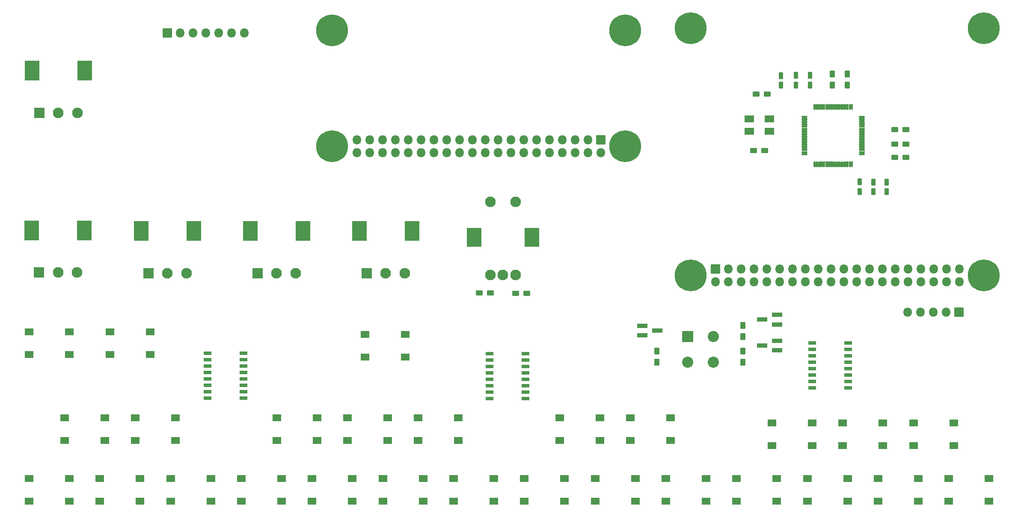
<source format=gbr>
G04 #@! TF.GenerationSoftware,KiCad,Pcbnew,(6.0.1-0)*
G04 #@! TF.CreationDate,2023-10-11T15:07:40-07:00*
G04 #@! TF.ProjectId,synth,73796e74-682e-46b6-9963-61645f706362,rev?*
G04 #@! TF.SameCoordinates,Original*
G04 #@! TF.FileFunction,Soldermask,Top*
G04 #@! TF.FilePolarity,Negative*
%FSLAX46Y46*%
G04 Gerber Fmt 4.6, Leading zero omitted, Abs format (unit mm)*
G04 Created by KiCad (PCBNEW (6.0.1-0)) date 2023-10-11 15:07:40*
%MOMM*%
%LPD*%
G01*
G04 APERTURE LIST*
G04 Aperture macros list*
%AMRoundRect*
0 Rectangle with rounded corners*
0 $1 Rounding radius*
0 $2 $3 $4 $5 $6 $7 $8 $9 X,Y pos of 4 corners*
0 Add a 4 corners polygon primitive as box body*
4,1,4,$2,$3,$4,$5,$6,$7,$8,$9,$2,$3,0*
0 Add four circle primitives for the rounded corners*
1,1,$1+$1,$2,$3*
1,1,$1+$1,$4,$5*
1,1,$1+$1,$6,$7*
1,1,$1+$1,$8,$9*
0 Add four rect primitives between the rounded corners*
20,1,$1+$1,$2,$3,$4,$5,0*
20,1,$1+$1,$4,$5,$6,$7,0*
20,1,$1+$1,$6,$7,$8,$9,0*
20,1,$1+$1,$8,$9,$2,$3,0*%
G04 Aperture macros list end*
%ADD10RoundRect,0.050800X-0.500000X-0.125000X0.500000X-0.125000X0.500000X0.125000X-0.500000X0.125000X0*%
%ADD11RoundRect,0.050800X0.125000X-0.500000X0.125000X0.500000X-0.125000X0.500000X-0.125000X-0.500000X0*%
%ADD12RoundRect,0.050800X-0.600000X-0.450000X0.600000X-0.450000X0.600000X0.450000X-0.600000X0.450000X0*%
%ADD13RoundRect,0.050800X0.750000X0.300000X-0.750000X0.300000X-0.750000X-0.300000X0.750000X-0.300000X0*%
%ADD14RoundRect,0.050800X0.600000X0.450000X-0.600000X0.450000X-0.600000X-0.450000X0.600000X-0.450000X0*%
%ADD15RoundRect,0.050800X0.950000X0.400000X-0.950000X0.400000X-0.950000X-0.400000X0.950000X-0.400000X0*%
%ADD16RoundRect,0.050800X0.450000X-0.600000X0.450000X0.600000X-0.450000X0.600000X-0.450000X-0.600000X0*%
%ADD17RoundRect,0.050800X-0.775000X-0.650000X0.775000X-0.650000X0.775000X0.650000X-0.775000X0.650000X0*%
%ADD18RoundRect,0.050800X-1.000000X-1.000000X1.000000X-1.000000X1.000000X1.000000X-1.000000X1.000000X0*%
%ADD19C,2.101600*%
%ADD20RoundRect,0.050800X-1.400000X-1.900000X1.400000X-1.900000X1.400000X1.900000X-1.400000X1.900000X0*%
%ADD21RoundRect,0.050800X0.850000X-0.850000X0.850000X0.850000X-0.850000X0.850000X-0.850000X-0.850000X0*%
%ADD22O,1.801600X1.801600*%
%ADD23RoundRect,0.050800X-1.050000X-1.050000X1.050000X-1.050000X1.050000X1.050000X-1.050000X1.050000X0*%
%ADD24C,2.201600*%
%ADD25RoundRect,0.050800X0.375000X-0.600000X0.375000X0.600000X-0.375000X0.600000X-0.375000X-0.600000X0*%
%ADD26RoundRect,0.050800X-0.850000X0.850000X-0.850000X-0.850000X0.850000X-0.850000X0.850000X0.850000X0*%
%ADD27RoundRect,0.050800X-0.375000X0.600000X-0.375000X-0.600000X0.375000X-0.600000X0.375000X0.600000X0*%
%ADD28RoundRect,0.050800X-0.450000X0.600000X-0.450000X-0.600000X0.450000X-0.600000X0.450000X0.600000X0*%
%ADD29C,6.301600*%
%ADD30RoundRect,0.050800X-0.950000X-0.400000X0.950000X-0.400000X0.950000X0.400000X-0.950000X0.400000X0*%
%ADD31RoundRect,0.050800X-1.400000X-1.800000X1.400000X-1.800000X1.400000X1.800000X-1.400000X1.800000X0*%
%ADD32RoundRect,0.050800X0.900000X0.600000X-0.900000X0.600000X-0.900000X-0.600000X0.900000X-0.600000X0*%
G04 APERTURE END LIST*
D10*
X266932000Y-115081000D03*
X266932000Y-115581000D03*
X266932000Y-116081000D03*
X266932000Y-116581000D03*
X266932000Y-117081000D03*
X266932000Y-117581000D03*
X266932000Y-118081000D03*
X266932000Y-118581000D03*
X266932000Y-119081000D03*
X266932000Y-119581000D03*
X266932000Y-120081000D03*
X266932000Y-120581000D03*
X266932000Y-121081000D03*
X266932000Y-121581000D03*
X266932000Y-122081000D03*
X266932000Y-122581000D03*
D11*
X268882000Y-124531000D03*
X269382000Y-124531000D03*
X269882000Y-124531000D03*
X270382000Y-124531000D03*
X270882000Y-124531000D03*
X271382000Y-124531000D03*
X271882000Y-124531000D03*
X272382000Y-124531000D03*
X272882000Y-124531000D03*
X273382000Y-124531000D03*
X273882000Y-124531000D03*
X274382000Y-124531000D03*
X274882000Y-124531000D03*
X275382000Y-124531000D03*
X275882000Y-124531000D03*
X276382000Y-124531000D03*
D10*
X278332000Y-122581000D03*
X278332000Y-122081000D03*
X278332000Y-121581000D03*
X278332000Y-121081000D03*
X278332000Y-120581000D03*
X278332000Y-120081000D03*
X278332000Y-119581000D03*
X278332000Y-119081000D03*
X278332000Y-118581000D03*
X278332000Y-118081000D03*
X278332000Y-117581000D03*
X278332000Y-117081000D03*
X278332000Y-116581000D03*
X278332000Y-116081000D03*
X278332000Y-115581000D03*
X278332000Y-115081000D03*
D11*
X276382000Y-113131000D03*
X275882000Y-113131000D03*
X275382000Y-113131000D03*
X274882000Y-113131000D03*
X274382000Y-113131000D03*
X273882000Y-113131000D03*
X273382000Y-113131000D03*
X272882000Y-113131000D03*
X272382000Y-113131000D03*
X271882000Y-113131000D03*
X271382000Y-113131000D03*
X270882000Y-113131000D03*
X270382000Y-113131000D03*
X269882000Y-113131000D03*
X269382000Y-113131000D03*
X268882000Y-113131000D03*
D12*
X209826500Y-150050500D03*
X212026500Y-150050500D03*
D13*
X275584000Y-168732200D03*
X275584000Y-167462200D03*
X275584000Y-166192200D03*
X275584000Y-164922200D03*
X275584000Y-163652200D03*
X275584000Y-162382200D03*
X275584000Y-161112200D03*
X275584000Y-159842200D03*
X268484000Y-159842200D03*
X268484000Y-161112200D03*
X268484000Y-162382200D03*
X268484000Y-163652200D03*
X268484000Y-164922200D03*
X268484000Y-166192200D03*
X268484000Y-167462200D03*
X268484000Y-168732200D03*
D12*
X284789700Y-120523000D03*
X286989700Y-120523000D03*
D13*
X211728400Y-170916600D03*
X211728400Y-169646600D03*
X211728400Y-168376600D03*
X211728400Y-167106600D03*
X211728400Y-165836600D03*
X211728400Y-164566600D03*
X211728400Y-163296600D03*
X211728400Y-162026600D03*
X204628400Y-162026600D03*
X204628400Y-163296600D03*
X204628400Y-164566600D03*
X204628400Y-165836600D03*
X204628400Y-167106600D03*
X204628400Y-168376600D03*
X204628400Y-169646600D03*
X204628400Y-170916600D03*
D14*
X259588000Y-110617000D03*
X257388000Y-110617000D03*
D15*
X261532500Y-156207500D03*
X261532500Y-154307500D03*
X258532500Y-155257500D03*
D16*
X254762000Y-158623000D03*
X254762000Y-156423000D03*
X237744000Y-163680500D03*
X237744000Y-161480500D03*
D15*
X261532500Y-161351000D03*
X261532500Y-159451000D03*
X258532500Y-160401000D03*
D17*
X135480000Y-186700000D03*
X127520000Y-186700000D03*
X127520000Y-191200000D03*
X135480000Y-191200000D03*
X187980000Y-158200000D03*
X180020000Y-158200000D03*
X180020000Y-162700000D03*
X187980000Y-162700000D03*
X169520000Y-186700000D03*
X177480000Y-186700000D03*
X177480000Y-191200000D03*
X169520000Y-191200000D03*
X184480000Y-174700000D03*
X176520000Y-174700000D03*
X176520000Y-179200000D03*
X184480000Y-179200000D03*
X198480000Y-174700000D03*
X190520000Y-174700000D03*
X190520000Y-179200000D03*
X198480000Y-179200000D03*
X205480000Y-186700000D03*
X197520000Y-186700000D03*
X205480000Y-191200000D03*
X197520000Y-191200000D03*
X211520000Y-186700000D03*
X219480000Y-186700000D03*
X211520000Y-191200000D03*
X219480000Y-191200000D03*
X218520000Y-174700000D03*
X226480000Y-174700000D03*
X226480000Y-179200000D03*
X218520000Y-179200000D03*
X233480000Y-186700000D03*
X225520000Y-186700000D03*
X225520000Y-191200000D03*
X233480000Y-191200000D03*
X240480000Y-174700000D03*
X232520000Y-174700000D03*
X232520000Y-179200000D03*
X240480000Y-179200000D03*
X247480000Y-186700000D03*
X239520000Y-186700000D03*
X239520000Y-191200000D03*
X247480000Y-191200000D03*
X261480000Y-186700000D03*
X253520000Y-186700000D03*
X261480000Y-191200000D03*
X253520000Y-191200000D03*
X260520000Y-175700000D03*
X268480000Y-175700000D03*
X260520000Y-180200000D03*
X268480000Y-180200000D03*
X275480000Y-186700000D03*
X267520000Y-186700000D03*
X275480000Y-191200000D03*
X267520000Y-191200000D03*
X274520000Y-175700000D03*
X282480000Y-175700000D03*
X282480000Y-180200000D03*
X274520000Y-180200000D03*
X281520000Y-186700000D03*
X289480000Y-186700000D03*
X289480000Y-191200000D03*
X281520000Y-191200000D03*
X303480000Y-186700000D03*
X295520000Y-186700000D03*
X303480000Y-191200000D03*
X295520000Y-191200000D03*
X113520000Y-157700000D03*
X121480000Y-157700000D03*
X121480000Y-162200000D03*
X113520000Y-162200000D03*
X155520000Y-186700000D03*
X163480000Y-186700000D03*
X155520000Y-191200000D03*
X163480000Y-191200000D03*
X134520000Y-174700000D03*
X142480000Y-174700000D03*
X142480000Y-179200000D03*
X134520000Y-179200000D03*
X288520000Y-175700000D03*
X296480000Y-175700000D03*
X288520000Y-180200000D03*
X296480000Y-180200000D03*
D18*
X180340000Y-146050000D03*
D19*
X184090000Y-146050000D03*
X187840000Y-146050000D03*
D20*
X178890000Y-137725000D03*
X189290000Y-137725000D03*
D18*
X158750000Y-146050000D03*
D19*
X162500000Y-146050000D03*
X166250000Y-146050000D03*
D20*
X157300000Y-137725000D03*
X167700000Y-137725000D03*
D18*
X137160000Y-146050000D03*
D19*
X140910000Y-146050000D03*
X144660000Y-146050000D03*
D20*
X146110000Y-137725000D03*
X135710000Y-137725000D03*
D18*
X115500000Y-145950000D03*
D19*
X119250000Y-145950000D03*
X123000000Y-145950000D03*
D20*
X124450000Y-137625000D03*
X114050000Y-137625000D03*
D17*
X162520000Y-174700000D03*
X170480000Y-174700000D03*
X162520000Y-179200000D03*
X170480000Y-179200000D03*
X149480000Y-186700000D03*
X141520000Y-186700000D03*
X149480000Y-191200000D03*
X141520000Y-191200000D03*
X191480000Y-186700000D03*
X183520000Y-186700000D03*
X183520000Y-191200000D03*
X191480000Y-191200000D03*
X121480000Y-186700000D03*
X113520000Y-186700000D03*
X121480000Y-191200000D03*
X113520000Y-191200000D03*
X120520000Y-174700000D03*
X128480000Y-174700000D03*
X128480000Y-179200000D03*
X120520000Y-179200000D03*
D18*
X115570000Y-114300000D03*
D19*
X119320000Y-114300000D03*
X123070000Y-114300000D03*
D20*
X124520000Y-105975000D03*
X114120000Y-105975000D03*
D13*
X155950000Y-170815000D03*
X155950000Y-169545000D03*
X155950000Y-168275000D03*
X155950000Y-167005000D03*
X155950000Y-165735000D03*
X155950000Y-164465000D03*
X155950000Y-163195000D03*
X155950000Y-161925000D03*
X148850000Y-161925000D03*
X148850000Y-163195000D03*
X148850000Y-164465000D03*
X148850000Y-165735000D03*
X148850000Y-167005000D03*
X148850000Y-168275000D03*
X148850000Y-169545000D03*
X148850000Y-170815000D03*
D21*
X140880000Y-98520000D03*
D22*
X143420000Y-98520000D03*
X145960000Y-98520000D03*
X148500000Y-98520000D03*
X151040000Y-98520000D03*
X153580000Y-98520000D03*
X156120000Y-98520000D03*
D23*
X243865400Y-158623000D03*
D24*
X248945400Y-158623000D03*
X248945400Y-163703000D03*
X243865400Y-163703000D03*
D25*
X262331200Y-108849200D03*
X262331200Y-106949200D03*
D26*
X297535600Y-153797000D03*
D22*
X294995600Y-153797000D03*
X292455600Y-153797000D03*
X289915600Y-153797000D03*
X287375600Y-153797000D03*
D27*
X280543000Y-128031200D03*
X280543000Y-129931200D03*
X277876000Y-127970200D03*
X277876000Y-129870200D03*
D25*
X265256695Y-108818332D03*
X265256695Y-106918332D03*
D12*
X256880000Y-121793000D03*
X259080000Y-121793000D03*
D25*
X268050695Y-108818332D03*
X268050695Y-106918332D03*
D27*
X283210000Y-128031200D03*
X283210000Y-129931200D03*
D16*
X272415000Y-108829200D03*
X272415000Y-106629200D03*
D28*
X275399500Y-106639000D03*
X275399500Y-108839000D03*
D29*
X231500000Y-120950000D03*
X173500000Y-97950000D03*
X173500000Y-120950000D03*
X231500000Y-97950000D03*
D26*
X226620000Y-119670000D03*
D22*
X226620000Y-122210000D03*
X224080000Y-119670000D03*
X224080000Y-122210000D03*
X221540000Y-119670000D03*
X221540000Y-122210000D03*
X219000000Y-119670000D03*
X219000000Y-122210000D03*
X216460000Y-119670000D03*
X216460000Y-122210000D03*
X213920000Y-119670000D03*
X213920000Y-122210000D03*
X211380000Y-119670000D03*
X211380000Y-122210000D03*
X208840000Y-119670000D03*
X208840000Y-122210000D03*
X206300000Y-119670000D03*
X206300000Y-122210000D03*
X203760000Y-119670000D03*
X203760000Y-122210000D03*
X201220000Y-119670000D03*
X201220000Y-122210000D03*
X198680000Y-119670000D03*
X198680000Y-122210000D03*
X196140000Y-119670000D03*
X196140000Y-122210000D03*
X193600000Y-119670000D03*
X193600000Y-122210000D03*
X191060000Y-119670000D03*
X191060000Y-122210000D03*
X188520000Y-119670000D03*
X188520000Y-122210000D03*
X185980000Y-119670000D03*
X185980000Y-122210000D03*
X183440000Y-119670000D03*
X183440000Y-122210000D03*
X180900000Y-119670000D03*
X180900000Y-122210000D03*
X178360000Y-119670000D03*
X178360000Y-122210000D03*
D12*
X284832700Y-117665500D03*
X287032700Y-117665500D03*
D30*
X234847000Y-156466500D03*
X234847000Y-158366500D03*
X237847000Y-157416500D03*
D16*
X254762000Y-163703000D03*
X254762000Y-161503000D03*
D29*
X302460000Y-97526000D03*
X244460000Y-146526000D03*
X244460000Y-97526000D03*
X302460000Y-146526000D03*
D21*
X249337870Y-145240204D03*
D22*
X249337870Y-147780204D03*
X251877870Y-145240204D03*
X251877870Y-147780204D03*
X254417870Y-145240204D03*
X254417870Y-147780204D03*
X256957870Y-145240204D03*
X256957870Y-147780204D03*
X259497870Y-145240204D03*
X259497870Y-147780204D03*
X262037870Y-145240204D03*
X262037870Y-147780204D03*
X264577870Y-145240204D03*
X264577870Y-147780204D03*
X267117870Y-145240204D03*
X267117870Y-147780204D03*
X269657870Y-145240204D03*
X269657870Y-147780204D03*
X272197870Y-145240204D03*
X272197870Y-147780204D03*
X274737870Y-145240204D03*
X274737870Y-147780204D03*
X277277870Y-145240204D03*
X277277870Y-147780204D03*
X279817870Y-145240204D03*
X279817870Y-147780204D03*
X282357870Y-145240204D03*
X282357870Y-147780204D03*
X284897870Y-145240204D03*
X284897870Y-147780204D03*
X287437870Y-145240204D03*
X287437870Y-147780204D03*
X289977870Y-145240204D03*
X289977870Y-147780204D03*
X292517870Y-145240204D03*
X292517870Y-147780204D03*
X295057870Y-145240204D03*
X295057870Y-147780204D03*
X297597870Y-145240204D03*
X297597870Y-147780204D03*
D19*
X204780000Y-131950000D03*
X209780000Y-131950000D03*
D31*
X212980000Y-138950000D03*
X201580000Y-138950000D03*
D19*
X204780000Y-146450000D03*
X209780000Y-146450000D03*
X207280000Y-146450000D03*
D12*
X284810200Y-123126500D03*
X287010200Y-123126500D03*
D14*
X204787500Y-149987000D03*
X202587500Y-149987000D03*
D17*
X129520000Y-157700000D03*
X137480000Y-157700000D03*
X129520000Y-162200000D03*
X137480000Y-162200000D03*
D32*
X259990340Y-115553640D03*
X255990340Y-115553640D03*
X255990340Y-117953640D03*
X259990340Y-117953640D03*
G36*
X276047519Y-123998635D02*
G01*
X276061312Y-124007851D01*
X276062435Y-124006171D01*
X276064229Y-124005286D01*
X276065380Y-124005747D01*
X276082951Y-124020429D01*
X276151669Y-124029056D01*
X276199500Y-124006168D01*
X276201494Y-124006322D01*
X276202026Y-124006861D01*
X276202688Y-124007851D01*
X276216481Y-123998634D01*
X276218477Y-123998503D01*
X276219588Y-124000166D01*
X276219255Y-124001408D01*
X276211952Y-124012339D01*
X276208200Y-124031199D01*
X276208200Y-125030801D01*
X276211952Y-125049661D01*
X276219255Y-125060591D01*
X276219386Y-125062587D01*
X276217723Y-125063698D01*
X276216481Y-125063365D01*
X276202688Y-125054149D01*
X276201565Y-125055829D01*
X276199771Y-125056714D01*
X276198620Y-125056253D01*
X276181049Y-125041571D01*
X276112331Y-125032944D01*
X276064500Y-125055832D01*
X276062506Y-125055678D01*
X276061974Y-125055139D01*
X276061312Y-125054149D01*
X276047519Y-125063366D01*
X276045523Y-125063497D01*
X276044412Y-125061834D01*
X276044745Y-125060592D01*
X276052048Y-125049661D01*
X276055800Y-125030801D01*
X276055800Y-124031199D01*
X276052048Y-124012339D01*
X276044745Y-124001409D01*
X276044614Y-123999413D01*
X276046277Y-123998302D01*
X276047519Y-123998635D01*
G37*
G36*
X269047519Y-123998635D02*
G01*
X269061312Y-124007851D01*
X269062435Y-124006171D01*
X269064229Y-124005286D01*
X269065380Y-124005747D01*
X269082951Y-124020429D01*
X269151669Y-124029056D01*
X269199500Y-124006168D01*
X269201494Y-124006322D01*
X269202026Y-124006861D01*
X269202688Y-124007851D01*
X269216481Y-123998634D01*
X269218477Y-123998503D01*
X269219588Y-124000166D01*
X269219255Y-124001408D01*
X269211952Y-124012339D01*
X269208200Y-124031199D01*
X269208200Y-125030801D01*
X269211952Y-125049661D01*
X269219255Y-125060591D01*
X269219386Y-125062587D01*
X269217723Y-125063698D01*
X269216481Y-125063365D01*
X269202688Y-125054149D01*
X269201565Y-125055829D01*
X269199771Y-125056714D01*
X269198620Y-125056253D01*
X269181049Y-125041571D01*
X269112331Y-125032944D01*
X269064500Y-125055832D01*
X269062506Y-125055678D01*
X269061974Y-125055139D01*
X269061312Y-125054149D01*
X269047519Y-125063366D01*
X269045523Y-125063497D01*
X269044412Y-125061834D01*
X269044745Y-125060592D01*
X269052048Y-125049661D01*
X269055800Y-125030801D01*
X269055800Y-124031199D01*
X269052048Y-124012339D01*
X269044745Y-124001409D01*
X269044614Y-123999413D01*
X269046277Y-123998302D01*
X269047519Y-123998635D01*
G37*
G36*
X272547519Y-123998635D02*
G01*
X272561312Y-124007851D01*
X272562435Y-124006171D01*
X272564229Y-124005286D01*
X272565380Y-124005747D01*
X272582951Y-124020429D01*
X272651669Y-124029056D01*
X272699500Y-124006168D01*
X272701494Y-124006322D01*
X272702026Y-124006861D01*
X272702688Y-124007851D01*
X272716481Y-123998634D01*
X272718477Y-123998503D01*
X272719588Y-124000166D01*
X272719255Y-124001408D01*
X272711952Y-124012339D01*
X272708200Y-124031199D01*
X272708200Y-125030801D01*
X272711952Y-125049661D01*
X272719255Y-125060591D01*
X272719386Y-125062587D01*
X272717723Y-125063698D01*
X272716481Y-125063365D01*
X272702688Y-125054149D01*
X272701565Y-125055829D01*
X272699771Y-125056714D01*
X272698620Y-125056253D01*
X272681049Y-125041571D01*
X272612331Y-125032944D01*
X272564500Y-125055832D01*
X272562506Y-125055678D01*
X272561974Y-125055139D01*
X272561312Y-125054149D01*
X272547519Y-125063366D01*
X272545523Y-125063497D01*
X272544412Y-125061834D01*
X272544745Y-125060592D01*
X272552048Y-125049661D01*
X272555800Y-125030801D01*
X272555800Y-124031199D01*
X272552048Y-124012339D01*
X272544745Y-124001409D01*
X272544614Y-123999413D01*
X272546277Y-123998302D01*
X272547519Y-123998635D01*
G37*
G36*
X270047519Y-123998635D02*
G01*
X270061312Y-124007851D01*
X270062435Y-124006171D01*
X270064229Y-124005286D01*
X270065380Y-124005747D01*
X270082951Y-124020429D01*
X270151669Y-124029056D01*
X270199500Y-124006168D01*
X270201494Y-124006322D01*
X270202026Y-124006861D01*
X270202688Y-124007851D01*
X270216481Y-123998634D01*
X270218477Y-123998503D01*
X270219588Y-124000166D01*
X270219255Y-124001408D01*
X270211952Y-124012339D01*
X270208200Y-124031199D01*
X270208200Y-125030801D01*
X270211952Y-125049661D01*
X270219255Y-125060591D01*
X270219386Y-125062587D01*
X270217723Y-125063698D01*
X270216481Y-125063365D01*
X270202688Y-125054149D01*
X270201565Y-125055829D01*
X270199771Y-125056714D01*
X270198620Y-125056253D01*
X270181049Y-125041571D01*
X270112331Y-125032944D01*
X270064500Y-125055832D01*
X270062506Y-125055678D01*
X270061974Y-125055139D01*
X270061312Y-125054149D01*
X270047519Y-125063366D01*
X270045523Y-125063497D01*
X270044412Y-125061834D01*
X270044745Y-125060592D01*
X270052048Y-125049661D01*
X270055800Y-125030801D01*
X270055800Y-124031199D01*
X270052048Y-124012339D01*
X270044745Y-124001409D01*
X270044614Y-123999413D01*
X270046277Y-123998302D01*
X270047519Y-123998635D01*
G37*
G36*
X271547519Y-123998635D02*
G01*
X271561312Y-124007851D01*
X271562435Y-124006171D01*
X271564229Y-124005286D01*
X271565380Y-124005747D01*
X271582951Y-124020429D01*
X271651669Y-124029056D01*
X271699500Y-124006168D01*
X271701494Y-124006322D01*
X271702026Y-124006861D01*
X271702688Y-124007851D01*
X271716481Y-123998634D01*
X271718477Y-123998503D01*
X271719588Y-124000166D01*
X271719255Y-124001408D01*
X271711952Y-124012339D01*
X271708200Y-124031199D01*
X271708200Y-125030801D01*
X271711952Y-125049661D01*
X271719255Y-125060591D01*
X271719386Y-125062587D01*
X271717723Y-125063698D01*
X271716481Y-125063365D01*
X271702688Y-125054149D01*
X271701565Y-125055829D01*
X271699771Y-125056714D01*
X271698620Y-125056253D01*
X271681049Y-125041571D01*
X271612331Y-125032944D01*
X271564500Y-125055832D01*
X271562506Y-125055678D01*
X271561974Y-125055139D01*
X271561312Y-125054149D01*
X271547519Y-125063366D01*
X271545523Y-125063497D01*
X271544412Y-125061834D01*
X271544745Y-125060592D01*
X271552048Y-125049661D01*
X271555800Y-125030801D01*
X271555800Y-124031199D01*
X271552048Y-124012339D01*
X271544745Y-124001409D01*
X271544614Y-123999413D01*
X271546277Y-123998302D01*
X271547519Y-123998635D01*
G37*
G36*
X269547519Y-123998635D02*
G01*
X269561312Y-124007851D01*
X269562435Y-124006171D01*
X269564229Y-124005286D01*
X269565380Y-124005747D01*
X269582951Y-124020429D01*
X269651669Y-124029056D01*
X269699500Y-124006168D01*
X269701494Y-124006322D01*
X269702026Y-124006861D01*
X269702688Y-124007851D01*
X269716481Y-123998634D01*
X269718477Y-123998503D01*
X269719588Y-124000166D01*
X269719255Y-124001408D01*
X269711952Y-124012339D01*
X269708200Y-124031199D01*
X269708200Y-125030801D01*
X269711952Y-125049661D01*
X269719255Y-125060591D01*
X269719386Y-125062587D01*
X269717723Y-125063698D01*
X269716481Y-125063365D01*
X269702688Y-125054149D01*
X269701565Y-125055829D01*
X269699771Y-125056714D01*
X269698620Y-125056253D01*
X269681049Y-125041571D01*
X269612331Y-125032944D01*
X269564500Y-125055832D01*
X269562506Y-125055678D01*
X269561974Y-125055139D01*
X269561312Y-125054149D01*
X269547519Y-125063366D01*
X269545523Y-125063497D01*
X269544412Y-125061834D01*
X269544745Y-125060592D01*
X269552048Y-125049661D01*
X269555800Y-125030801D01*
X269555800Y-124031199D01*
X269552048Y-124012339D01*
X269544745Y-124001409D01*
X269544614Y-123999413D01*
X269546277Y-123998302D01*
X269547519Y-123998635D01*
G37*
G36*
X274047519Y-123998635D02*
G01*
X274061312Y-124007851D01*
X274062435Y-124006171D01*
X274064229Y-124005286D01*
X274065380Y-124005747D01*
X274082951Y-124020429D01*
X274151669Y-124029056D01*
X274199500Y-124006168D01*
X274201494Y-124006322D01*
X274202026Y-124006861D01*
X274202688Y-124007851D01*
X274216481Y-123998634D01*
X274218477Y-123998503D01*
X274219588Y-124000166D01*
X274219255Y-124001408D01*
X274211952Y-124012339D01*
X274208200Y-124031199D01*
X274208200Y-125030801D01*
X274211952Y-125049661D01*
X274219255Y-125060591D01*
X274219386Y-125062587D01*
X274217723Y-125063698D01*
X274216481Y-125063365D01*
X274202688Y-125054149D01*
X274201565Y-125055829D01*
X274199771Y-125056714D01*
X274198620Y-125056253D01*
X274181049Y-125041571D01*
X274112331Y-125032944D01*
X274064500Y-125055832D01*
X274062506Y-125055678D01*
X274061974Y-125055139D01*
X274061312Y-125054149D01*
X274047519Y-125063366D01*
X274045523Y-125063497D01*
X274044412Y-125061834D01*
X274044745Y-125060592D01*
X274052048Y-125049661D01*
X274055800Y-125030801D01*
X274055800Y-124031199D01*
X274052048Y-124012339D01*
X274044745Y-124001409D01*
X274044614Y-123999413D01*
X274046277Y-123998302D01*
X274047519Y-123998635D01*
G37*
G36*
X273547519Y-123998635D02*
G01*
X273561312Y-124007851D01*
X273562435Y-124006171D01*
X273564229Y-124005286D01*
X273565380Y-124005747D01*
X273582951Y-124020429D01*
X273651669Y-124029056D01*
X273699500Y-124006168D01*
X273701494Y-124006322D01*
X273702026Y-124006861D01*
X273702688Y-124007851D01*
X273716481Y-123998634D01*
X273718477Y-123998503D01*
X273719588Y-124000166D01*
X273719255Y-124001408D01*
X273711952Y-124012339D01*
X273708200Y-124031199D01*
X273708200Y-125030801D01*
X273711952Y-125049661D01*
X273719255Y-125060591D01*
X273719386Y-125062587D01*
X273717723Y-125063698D01*
X273716481Y-125063365D01*
X273702688Y-125054149D01*
X273701565Y-125055829D01*
X273699771Y-125056714D01*
X273698620Y-125056253D01*
X273681049Y-125041571D01*
X273612331Y-125032944D01*
X273564500Y-125055832D01*
X273562506Y-125055678D01*
X273561974Y-125055139D01*
X273561312Y-125054149D01*
X273547519Y-125063366D01*
X273545523Y-125063497D01*
X273544412Y-125061834D01*
X273544745Y-125060592D01*
X273552048Y-125049661D01*
X273555800Y-125030801D01*
X273555800Y-124031199D01*
X273552048Y-124012339D01*
X273544745Y-124001409D01*
X273544614Y-123999413D01*
X273546277Y-123998302D01*
X273547519Y-123998635D01*
G37*
G36*
X274547519Y-123998635D02*
G01*
X274561312Y-124007851D01*
X274562435Y-124006171D01*
X274564229Y-124005286D01*
X274565380Y-124005747D01*
X274582951Y-124020429D01*
X274651669Y-124029056D01*
X274699500Y-124006168D01*
X274701494Y-124006322D01*
X274702026Y-124006861D01*
X274702688Y-124007851D01*
X274716481Y-123998634D01*
X274718477Y-123998503D01*
X274719588Y-124000166D01*
X274719255Y-124001408D01*
X274711952Y-124012339D01*
X274708200Y-124031199D01*
X274708200Y-125030801D01*
X274711952Y-125049661D01*
X274719255Y-125060591D01*
X274719386Y-125062587D01*
X274717723Y-125063698D01*
X274716481Y-125063365D01*
X274702688Y-125054149D01*
X274701565Y-125055829D01*
X274699771Y-125056714D01*
X274698620Y-125056253D01*
X274681049Y-125041571D01*
X274612331Y-125032944D01*
X274564500Y-125055832D01*
X274562506Y-125055678D01*
X274561974Y-125055139D01*
X274561312Y-125054149D01*
X274547519Y-125063366D01*
X274545523Y-125063497D01*
X274544412Y-125061834D01*
X274544745Y-125060592D01*
X274552048Y-125049661D01*
X274555800Y-125030801D01*
X274555800Y-124031199D01*
X274552048Y-124012339D01*
X274544745Y-124001409D01*
X274544614Y-123999413D01*
X274546277Y-123998302D01*
X274547519Y-123998635D01*
G37*
G36*
X275547519Y-123998635D02*
G01*
X275561312Y-124007851D01*
X275562435Y-124006171D01*
X275564229Y-124005286D01*
X275565380Y-124005747D01*
X275582951Y-124020429D01*
X275651669Y-124029056D01*
X275699500Y-124006168D01*
X275701494Y-124006322D01*
X275702026Y-124006861D01*
X275702688Y-124007851D01*
X275716481Y-123998634D01*
X275718477Y-123998503D01*
X275719588Y-124000166D01*
X275719255Y-124001408D01*
X275711952Y-124012339D01*
X275708200Y-124031199D01*
X275708200Y-125030801D01*
X275711952Y-125049661D01*
X275719255Y-125060591D01*
X275719386Y-125062587D01*
X275717723Y-125063698D01*
X275716481Y-125063365D01*
X275702688Y-125054149D01*
X275701565Y-125055829D01*
X275699771Y-125056714D01*
X275698620Y-125056253D01*
X275681049Y-125041571D01*
X275612331Y-125032944D01*
X275564500Y-125055832D01*
X275562506Y-125055678D01*
X275561974Y-125055139D01*
X275561312Y-125054149D01*
X275547519Y-125063366D01*
X275545523Y-125063497D01*
X275544412Y-125061834D01*
X275544745Y-125060592D01*
X275552048Y-125049661D01*
X275555800Y-125030801D01*
X275555800Y-124031199D01*
X275552048Y-124012339D01*
X275544745Y-124001409D01*
X275544614Y-123999413D01*
X275546277Y-123998302D01*
X275547519Y-123998635D01*
G37*
G36*
X270547519Y-123998635D02*
G01*
X270561312Y-124007851D01*
X270562435Y-124006171D01*
X270564229Y-124005286D01*
X270565380Y-124005747D01*
X270582951Y-124020429D01*
X270651669Y-124029056D01*
X270699500Y-124006168D01*
X270701494Y-124006322D01*
X270702026Y-124006861D01*
X270702688Y-124007851D01*
X270716481Y-123998634D01*
X270718477Y-123998503D01*
X270719588Y-124000166D01*
X270719255Y-124001408D01*
X270711952Y-124012339D01*
X270708200Y-124031199D01*
X270708200Y-125030801D01*
X270711952Y-125049661D01*
X270719255Y-125060591D01*
X270719386Y-125062587D01*
X270717723Y-125063698D01*
X270716481Y-125063365D01*
X270702688Y-125054149D01*
X270701565Y-125055829D01*
X270699771Y-125056714D01*
X270698620Y-125056253D01*
X270681049Y-125041571D01*
X270612331Y-125032944D01*
X270564500Y-125055832D01*
X270562506Y-125055678D01*
X270561974Y-125055139D01*
X270561312Y-125054149D01*
X270547519Y-125063366D01*
X270545523Y-125063497D01*
X270544412Y-125061834D01*
X270544745Y-125060592D01*
X270552048Y-125049661D01*
X270555800Y-125030801D01*
X270555800Y-124031199D01*
X270552048Y-124012339D01*
X270544745Y-124001409D01*
X270544614Y-123999413D01*
X270546277Y-123998302D01*
X270547519Y-123998635D01*
G37*
G36*
X273047519Y-123998635D02*
G01*
X273061312Y-124007851D01*
X273062435Y-124006171D01*
X273064229Y-124005286D01*
X273065380Y-124005747D01*
X273082951Y-124020429D01*
X273151669Y-124029056D01*
X273199500Y-124006168D01*
X273201494Y-124006322D01*
X273202026Y-124006861D01*
X273202688Y-124007851D01*
X273216481Y-123998634D01*
X273218477Y-123998503D01*
X273219588Y-124000166D01*
X273219255Y-124001408D01*
X273211952Y-124012339D01*
X273208200Y-124031199D01*
X273208200Y-125030801D01*
X273211952Y-125049661D01*
X273219255Y-125060591D01*
X273219386Y-125062587D01*
X273217723Y-125063698D01*
X273216481Y-125063365D01*
X273202688Y-125054149D01*
X273201565Y-125055829D01*
X273199771Y-125056714D01*
X273198620Y-125056253D01*
X273181049Y-125041571D01*
X273112331Y-125032944D01*
X273064500Y-125055832D01*
X273062506Y-125055678D01*
X273061974Y-125055139D01*
X273061312Y-125054149D01*
X273047519Y-125063366D01*
X273045523Y-125063497D01*
X273044412Y-125061834D01*
X273044745Y-125060592D01*
X273052048Y-125049661D01*
X273055800Y-125030801D01*
X273055800Y-124031199D01*
X273052048Y-124012339D01*
X273044745Y-124001409D01*
X273044614Y-123999413D01*
X273046277Y-123998302D01*
X273047519Y-123998635D01*
G37*
G36*
X271047519Y-123998635D02*
G01*
X271061312Y-124007851D01*
X271062435Y-124006171D01*
X271064229Y-124005286D01*
X271065380Y-124005747D01*
X271082951Y-124020429D01*
X271151669Y-124029056D01*
X271199500Y-124006168D01*
X271201494Y-124006322D01*
X271202026Y-124006861D01*
X271202688Y-124007851D01*
X271216481Y-123998634D01*
X271218477Y-123998503D01*
X271219588Y-124000166D01*
X271219255Y-124001408D01*
X271211952Y-124012339D01*
X271208200Y-124031199D01*
X271208200Y-125030801D01*
X271211952Y-125049661D01*
X271219255Y-125060591D01*
X271219386Y-125062587D01*
X271217723Y-125063698D01*
X271216481Y-125063365D01*
X271202688Y-125054149D01*
X271201565Y-125055829D01*
X271199771Y-125056714D01*
X271198620Y-125056253D01*
X271181049Y-125041571D01*
X271112331Y-125032944D01*
X271064500Y-125055832D01*
X271062506Y-125055678D01*
X271061974Y-125055139D01*
X271061312Y-125054149D01*
X271047519Y-125063366D01*
X271045523Y-125063497D01*
X271044412Y-125061834D01*
X271044745Y-125060592D01*
X271052048Y-125049661D01*
X271055800Y-125030801D01*
X271055800Y-124031199D01*
X271052048Y-124012339D01*
X271044745Y-124001409D01*
X271044614Y-123999413D01*
X271046277Y-123998302D01*
X271047519Y-123998635D01*
G37*
G36*
X272047519Y-123998635D02*
G01*
X272061312Y-124007851D01*
X272062435Y-124006171D01*
X272064229Y-124005286D01*
X272065380Y-124005747D01*
X272082951Y-124020429D01*
X272151669Y-124029056D01*
X272199500Y-124006168D01*
X272201494Y-124006322D01*
X272202026Y-124006861D01*
X272202688Y-124007851D01*
X272216481Y-123998634D01*
X272218477Y-123998503D01*
X272219588Y-124000166D01*
X272219255Y-124001408D01*
X272211952Y-124012339D01*
X272208200Y-124031199D01*
X272208200Y-125030801D01*
X272211952Y-125049661D01*
X272219255Y-125060591D01*
X272219386Y-125062587D01*
X272217723Y-125063698D01*
X272216481Y-125063365D01*
X272202688Y-125054149D01*
X272201565Y-125055829D01*
X272199771Y-125056714D01*
X272198620Y-125056253D01*
X272181049Y-125041571D01*
X272112331Y-125032944D01*
X272064500Y-125055832D01*
X272062506Y-125055678D01*
X272061974Y-125055139D01*
X272061312Y-125054149D01*
X272047519Y-125063366D01*
X272045523Y-125063497D01*
X272044412Y-125061834D01*
X272044745Y-125060592D01*
X272052048Y-125049661D01*
X272055800Y-125030801D01*
X272055800Y-124031199D01*
X272052048Y-124012339D01*
X272044745Y-124001409D01*
X272044614Y-123999413D01*
X272046277Y-123998302D01*
X272047519Y-123998635D01*
G37*
G36*
X275047519Y-123998635D02*
G01*
X275061312Y-124007851D01*
X275062435Y-124006171D01*
X275064229Y-124005286D01*
X275065380Y-124005747D01*
X275082951Y-124020429D01*
X275151669Y-124029056D01*
X275199500Y-124006168D01*
X275201494Y-124006322D01*
X275202026Y-124006861D01*
X275202688Y-124007851D01*
X275216481Y-123998634D01*
X275218477Y-123998503D01*
X275219588Y-124000166D01*
X275219255Y-124001408D01*
X275211952Y-124012339D01*
X275208200Y-124031199D01*
X275208200Y-125030801D01*
X275211952Y-125049661D01*
X275219255Y-125060591D01*
X275219386Y-125062587D01*
X275217723Y-125063698D01*
X275216481Y-125063365D01*
X275202688Y-125054149D01*
X275201565Y-125055829D01*
X275199771Y-125056714D01*
X275198620Y-125056253D01*
X275181049Y-125041571D01*
X275112331Y-125032944D01*
X275064500Y-125055832D01*
X275062506Y-125055678D01*
X275061974Y-125055139D01*
X275061312Y-125054149D01*
X275047519Y-125063366D01*
X275045523Y-125063497D01*
X275044412Y-125061834D01*
X275044745Y-125060592D01*
X275052048Y-125049661D01*
X275055800Y-125030801D01*
X275055800Y-124031199D01*
X275052048Y-124012339D01*
X275044745Y-124001409D01*
X275044614Y-123999413D01*
X275046277Y-123998302D01*
X275047519Y-123998635D01*
G37*
G36*
X266402408Y-122243745D02*
G01*
X266413339Y-122251048D01*
X266432199Y-122254800D01*
X267431801Y-122254800D01*
X267450661Y-122251048D01*
X267461591Y-122243745D01*
X267463587Y-122243614D01*
X267464698Y-122245277D01*
X267464365Y-122246519D01*
X267455149Y-122260312D01*
X267456829Y-122261435D01*
X267457714Y-122263229D01*
X267457253Y-122264380D01*
X267442571Y-122281951D01*
X267433944Y-122350669D01*
X267456832Y-122398500D01*
X267456678Y-122400494D01*
X267456139Y-122401026D01*
X267455149Y-122401688D01*
X267464366Y-122415481D01*
X267464497Y-122417477D01*
X267462834Y-122418588D01*
X267461592Y-122418255D01*
X267450661Y-122410952D01*
X267431801Y-122407200D01*
X266432199Y-122407200D01*
X266413339Y-122410952D01*
X266402409Y-122418255D01*
X266400413Y-122418386D01*
X266399302Y-122416723D01*
X266399635Y-122415481D01*
X266408851Y-122401688D01*
X266407171Y-122400565D01*
X266406286Y-122398771D01*
X266406747Y-122397620D01*
X266421429Y-122380049D01*
X266430056Y-122311331D01*
X266407168Y-122263500D01*
X266407322Y-122261506D01*
X266407861Y-122260974D01*
X266408851Y-122260312D01*
X266399634Y-122246519D01*
X266399503Y-122244523D01*
X266401166Y-122243412D01*
X266402408Y-122243745D01*
G37*
G36*
X277802408Y-122243745D02*
G01*
X277813339Y-122251048D01*
X277832199Y-122254800D01*
X278831801Y-122254800D01*
X278850661Y-122251048D01*
X278861591Y-122243745D01*
X278863587Y-122243614D01*
X278864698Y-122245277D01*
X278864365Y-122246519D01*
X278855149Y-122260312D01*
X278856829Y-122261435D01*
X278857714Y-122263229D01*
X278857253Y-122264380D01*
X278842571Y-122281951D01*
X278833944Y-122350669D01*
X278856832Y-122398500D01*
X278856678Y-122400494D01*
X278856139Y-122401026D01*
X278855149Y-122401688D01*
X278864366Y-122415481D01*
X278864497Y-122417477D01*
X278862834Y-122418588D01*
X278861592Y-122418255D01*
X278850661Y-122410952D01*
X278831801Y-122407200D01*
X277832199Y-122407200D01*
X277813339Y-122410952D01*
X277802409Y-122418255D01*
X277800413Y-122418386D01*
X277799302Y-122416723D01*
X277799635Y-122415481D01*
X277808851Y-122401688D01*
X277807171Y-122400565D01*
X277806286Y-122398771D01*
X277806747Y-122397620D01*
X277821429Y-122380049D01*
X277830056Y-122311331D01*
X277807168Y-122263500D01*
X277807322Y-122261506D01*
X277807861Y-122260974D01*
X277808851Y-122260312D01*
X277799634Y-122246519D01*
X277799503Y-122244523D01*
X277801166Y-122243412D01*
X277802408Y-122243745D01*
G37*
G36*
X266402408Y-121743745D02*
G01*
X266413339Y-121751048D01*
X266432199Y-121754800D01*
X267431801Y-121754800D01*
X267450661Y-121751048D01*
X267461591Y-121743745D01*
X267463587Y-121743614D01*
X267464698Y-121745277D01*
X267464365Y-121746519D01*
X267455149Y-121760312D01*
X267456829Y-121761435D01*
X267457714Y-121763229D01*
X267457253Y-121764380D01*
X267442571Y-121781951D01*
X267433944Y-121850669D01*
X267456832Y-121898500D01*
X267456678Y-121900494D01*
X267456139Y-121901026D01*
X267455149Y-121901688D01*
X267464366Y-121915481D01*
X267464497Y-121917477D01*
X267462834Y-121918588D01*
X267461592Y-121918255D01*
X267450661Y-121910952D01*
X267431801Y-121907200D01*
X266432199Y-121907200D01*
X266413339Y-121910952D01*
X266402409Y-121918255D01*
X266400413Y-121918386D01*
X266399302Y-121916723D01*
X266399635Y-121915481D01*
X266408851Y-121901688D01*
X266407171Y-121900565D01*
X266406286Y-121898771D01*
X266406747Y-121897620D01*
X266421429Y-121880049D01*
X266430056Y-121811331D01*
X266407168Y-121763500D01*
X266407322Y-121761506D01*
X266407861Y-121760974D01*
X266408851Y-121760312D01*
X266399634Y-121746519D01*
X266399503Y-121744523D01*
X266401166Y-121743412D01*
X266402408Y-121743745D01*
G37*
G36*
X277802408Y-121743745D02*
G01*
X277813339Y-121751048D01*
X277832199Y-121754800D01*
X278831801Y-121754800D01*
X278850661Y-121751048D01*
X278861591Y-121743745D01*
X278863587Y-121743614D01*
X278864698Y-121745277D01*
X278864365Y-121746519D01*
X278855149Y-121760312D01*
X278856829Y-121761435D01*
X278857714Y-121763229D01*
X278857253Y-121764380D01*
X278842571Y-121781951D01*
X278833944Y-121850669D01*
X278856832Y-121898500D01*
X278856678Y-121900494D01*
X278856139Y-121901026D01*
X278855149Y-121901688D01*
X278864366Y-121915481D01*
X278864497Y-121917477D01*
X278862834Y-121918588D01*
X278861592Y-121918255D01*
X278850661Y-121910952D01*
X278831801Y-121907200D01*
X277832199Y-121907200D01*
X277813339Y-121910952D01*
X277802409Y-121918255D01*
X277800413Y-121918386D01*
X277799302Y-121916723D01*
X277799635Y-121915481D01*
X277808851Y-121901688D01*
X277807171Y-121900565D01*
X277806286Y-121898771D01*
X277806747Y-121897620D01*
X277821429Y-121880049D01*
X277830056Y-121811331D01*
X277807168Y-121763500D01*
X277807322Y-121761506D01*
X277807861Y-121760974D01*
X277808851Y-121760312D01*
X277799634Y-121746519D01*
X277799503Y-121744523D01*
X277801166Y-121743412D01*
X277802408Y-121743745D01*
G37*
G36*
X266402408Y-121243745D02*
G01*
X266413339Y-121251048D01*
X266432199Y-121254800D01*
X267431801Y-121254800D01*
X267450661Y-121251048D01*
X267461591Y-121243745D01*
X267463587Y-121243614D01*
X267464698Y-121245277D01*
X267464365Y-121246519D01*
X267455149Y-121260312D01*
X267456829Y-121261435D01*
X267457714Y-121263229D01*
X267457253Y-121264380D01*
X267442571Y-121281951D01*
X267433944Y-121350669D01*
X267456832Y-121398500D01*
X267456678Y-121400494D01*
X267456139Y-121401026D01*
X267455149Y-121401688D01*
X267464366Y-121415481D01*
X267464497Y-121417477D01*
X267462834Y-121418588D01*
X267461592Y-121418255D01*
X267450661Y-121410952D01*
X267431801Y-121407200D01*
X266432199Y-121407200D01*
X266413339Y-121410952D01*
X266402409Y-121418255D01*
X266400413Y-121418386D01*
X266399302Y-121416723D01*
X266399635Y-121415481D01*
X266408851Y-121401688D01*
X266407171Y-121400565D01*
X266406286Y-121398771D01*
X266406747Y-121397620D01*
X266421429Y-121380049D01*
X266430056Y-121311331D01*
X266407168Y-121263500D01*
X266407322Y-121261506D01*
X266407861Y-121260974D01*
X266408851Y-121260312D01*
X266399634Y-121246519D01*
X266399503Y-121244523D01*
X266401166Y-121243412D01*
X266402408Y-121243745D01*
G37*
G36*
X277802408Y-121243745D02*
G01*
X277813339Y-121251048D01*
X277832199Y-121254800D01*
X278831801Y-121254800D01*
X278850661Y-121251048D01*
X278861591Y-121243745D01*
X278863587Y-121243614D01*
X278864698Y-121245277D01*
X278864365Y-121246519D01*
X278855149Y-121260312D01*
X278856829Y-121261435D01*
X278857714Y-121263229D01*
X278857253Y-121264380D01*
X278842571Y-121281951D01*
X278833944Y-121350669D01*
X278856832Y-121398500D01*
X278856678Y-121400494D01*
X278856139Y-121401026D01*
X278855149Y-121401688D01*
X278864366Y-121415481D01*
X278864497Y-121417477D01*
X278862834Y-121418588D01*
X278861592Y-121418255D01*
X278850661Y-121410952D01*
X278831801Y-121407200D01*
X277832199Y-121407200D01*
X277813339Y-121410952D01*
X277802409Y-121418255D01*
X277800413Y-121418386D01*
X277799302Y-121416723D01*
X277799635Y-121415481D01*
X277808851Y-121401688D01*
X277807171Y-121400565D01*
X277806286Y-121398771D01*
X277806747Y-121397620D01*
X277821429Y-121380049D01*
X277830056Y-121311331D01*
X277807168Y-121263500D01*
X277807322Y-121261506D01*
X277807861Y-121260974D01*
X277808851Y-121260312D01*
X277799634Y-121246519D01*
X277799503Y-121244523D01*
X277801166Y-121243412D01*
X277802408Y-121243745D01*
G37*
G36*
X266402408Y-120743745D02*
G01*
X266413339Y-120751048D01*
X266432199Y-120754800D01*
X267431801Y-120754800D01*
X267450661Y-120751048D01*
X267461591Y-120743745D01*
X267463587Y-120743614D01*
X267464698Y-120745277D01*
X267464365Y-120746519D01*
X267455149Y-120760312D01*
X267456829Y-120761435D01*
X267457714Y-120763229D01*
X267457253Y-120764380D01*
X267442571Y-120781951D01*
X267433944Y-120850669D01*
X267456832Y-120898500D01*
X267456678Y-120900494D01*
X267456139Y-120901026D01*
X267455149Y-120901688D01*
X267464366Y-120915481D01*
X267464497Y-120917477D01*
X267462834Y-120918588D01*
X267461592Y-120918255D01*
X267450661Y-120910952D01*
X267431801Y-120907200D01*
X266432199Y-120907200D01*
X266413339Y-120910952D01*
X266402409Y-120918255D01*
X266400413Y-120918386D01*
X266399302Y-120916723D01*
X266399635Y-120915481D01*
X266408851Y-120901688D01*
X266407171Y-120900565D01*
X266406286Y-120898771D01*
X266406747Y-120897620D01*
X266421429Y-120880049D01*
X266430056Y-120811331D01*
X266407168Y-120763500D01*
X266407322Y-120761506D01*
X266407861Y-120760974D01*
X266408851Y-120760312D01*
X266399634Y-120746519D01*
X266399503Y-120744523D01*
X266401166Y-120743412D01*
X266402408Y-120743745D01*
G37*
G36*
X277802408Y-120743745D02*
G01*
X277813339Y-120751048D01*
X277832199Y-120754800D01*
X278831801Y-120754800D01*
X278850661Y-120751048D01*
X278861591Y-120743745D01*
X278863587Y-120743614D01*
X278864698Y-120745277D01*
X278864365Y-120746519D01*
X278855149Y-120760312D01*
X278856829Y-120761435D01*
X278857714Y-120763229D01*
X278857253Y-120764380D01*
X278842571Y-120781951D01*
X278833944Y-120850669D01*
X278856832Y-120898500D01*
X278856678Y-120900494D01*
X278856139Y-120901026D01*
X278855149Y-120901688D01*
X278864366Y-120915481D01*
X278864497Y-120917477D01*
X278862834Y-120918588D01*
X278861592Y-120918255D01*
X278850661Y-120910952D01*
X278831801Y-120907200D01*
X277832199Y-120907200D01*
X277813339Y-120910952D01*
X277802409Y-120918255D01*
X277800413Y-120918386D01*
X277799302Y-120916723D01*
X277799635Y-120915481D01*
X277808851Y-120901688D01*
X277807171Y-120900565D01*
X277806286Y-120898771D01*
X277806747Y-120897620D01*
X277821429Y-120880049D01*
X277830056Y-120811331D01*
X277807168Y-120763500D01*
X277807322Y-120761506D01*
X277807861Y-120760974D01*
X277808851Y-120760312D01*
X277799634Y-120746519D01*
X277799503Y-120744523D01*
X277801166Y-120743412D01*
X277802408Y-120743745D01*
G37*
G36*
X266402408Y-120243745D02*
G01*
X266413339Y-120251048D01*
X266432199Y-120254800D01*
X267431801Y-120254800D01*
X267450661Y-120251048D01*
X267461591Y-120243745D01*
X267463587Y-120243614D01*
X267464698Y-120245277D01*
X267464365Y-120246519D01*
X267455149Y-120260312D01*
X267456829Y-120261435D01*
X267457714Y-120263229D01*
X267457253Y-120264380D01*
X267442571Y-120281951D01*
X267433944Y-120350669D01*
X267456832Y-120398500D01*
X267456678Y-120400494D01*
X267456139Y-120401026D01*
X267455149Y-120401688D01*
X267464366Y-120415481D01*
X267464497Y-120417477D01*
X267462834Y-120418588D01*
X267461592Y-120418255D01*
X267450661Y-120410952D01*
X267431801Y-120407200D01*
X266432199Y-120407200D01*
X266413339Y-120410952D01*
X266402409Y-120418255D01*
X266400413Y-120418386D01*
X266399302Y-120416723D01*
X266399635Y-120415481D01*
X266408851Y-120401688D01*
X266407171Y-120400565D01*
X266406286Y-120398771D01*
X266406747Y-120397620D01*
X266421429Y-120380049D01*
X266430056Y-120311331D01*
X266407168Y-120263500D01*
X266407322Y-120261506D01*
X266407861Y-120260974D01*
X266408851Y-120260312D01*
X266399634Y-120246519D01*
X266399503Y-120244523D01*
X266401166Y-120243412D01*
X266402408Y-120243745D01*
G37*
G36*
X277802408Y-120243745D02*
G01*
X277813339Y-120251048D01*
X277832199Y-120254800D01*
X278831801Y-120254800D01*
X278850661Y-120251048D01*
X278861591Y-120243745D01*
X278863587Y-120243614D01*
X278864698Y-120245277D01*
X278864365Y-120246519D01*
X278855149Y-120260312D01*
X278856829Y-120261435D01*
X278857714Y-120263229D01*
X278857253Y-120264380D01*
X278842571Y-120281951D01*
X278833944Y-120350669D01*
X278856832Y-120398500D01*
X278856678Y-120400494D01*
X278856139Y-120401026D01*
X278855149Y-120401688D01*
X278864366Y-120415481D01*
X278864497Y-120417477D01*
X278862834Y-120418588D01*
X278861592Y-120418255D01*
X278850661Y-120410952D01*
X278831801Y-120407200D01*
X277832199Y-120407200D01*
X277813339Y-120410952D01*
X277802409Y-120418255D01*
X277800413Y-120418386D01*
X277799302Y-120416723D01*
X277799635Y-120415481D01*
X277808851Y-120401688D01*
X277807171Y-120400565D01*
X277806286Y-120398771D01*
X277806747Y-120397620D01*
X277821429Y-120380049D01*
X277830056Y-120311331D01*
X277807168Y-120263500D01*
X277807322Y-120261506D01*
X277807861Y-120260974D01*
X277808851Y-120260312D01*
X277799634Y-120246519D01*
X277799503Y-120244523D01*
X277801166Y-120243412D01*
X277802408Y-120243745D01*
G37*
G36*
X266402408Y-119743745D02*
G01*
X266413339Y-119751048D01*
X266432199Y-119754800D01*
X267431801Y-119754800D01*
X267450661Y-119751048D01*
X267461591Y-119743745D01*
X267463587Y-119743614D01*
X267464698Y-119745277D01*
X267464365Y-119746519D01*
X267455149Y-119760312D01*
X267456829Y-119761435D01*
X267457714Y-119763229D01*
X267457253Y-119764380D01*
X267442571Y-119781951D01*
X267433944Y-119850669D01*
X267456832Y-119898500D01*
X267456678Y-119900494D01*
X267456139Y-119901026D01*
X267455149Y-119901688D01*
X267464366Y-119915481D01*
X267464497Y-119917477D01*
X267462834Y-119918588D01*
X267461592Y-119918255D01*
X267450661Y-119910952D01*
X267431801Y-119907200D01*
X266432199Y-119907200D01*
X266413339Y-119910952D01*
X266402409Y-119918255D01*
X266400413Y-119918386D01*
X266399302Y-119916723D01*
X266399635Y-119915481D01*
X266408851Y-119901688D01*
X266407171Y-119900565D01*
X266406286Y-119898771D01*
X266406747Y-119897620D01*
X266421429Y-119880049D01*
X266430056Y-119811331D01*
X266407168Y-119763500D01*
X266407322Y-119761506D01*
X266407861Y-119760974D01*
X266408851Y-119760312D01*
X266399634Y-119746519D01*
X266399503Y-119744523D01*
X266401166Y-119743412D01*
X266402408Y-119743745D01*
G37*
G36*
X277802408Y-119743745D02*
G01*
X277813339Y-119751048D01*
X277832199Y-119754800D01*
X278831801Y-119754800D01*
X278850661Y-119751048D01*
X278861591Y-119743745D01*
X278863587Y-119743614D01*
X278864698Y-119745277D01*
X278864365Y-119746519D01*
X278855149Y-119760312D01*
X278856829Y-119761435D01*
X278857714Y-119763229D01*
X278857253Y-119764380D01*
X278842571Y-119781951D01*
X278833944Y-119850669D01*
X278856832Y-119898500D01*
X278856678Y-119900494D01*
X278856139Y-119901026D01*
X278855149Y-119901688D01*
X278864366Y-119915481D01*
X278864497Y-119917477D01*
X278862834Y-119918588D01*
X278861592Y-119918255D01*
X278850661Y-119910952D01*
X278831801Y-119907200D01*
X277832199Y-119907200D01*
X277813339Y-119910952D01*
X277802409Y-119918255D01*
X277800413Y-119918386D01*
X277799302Y-119916723D01*
X277799635Y-119915481D01*
X277808851Y-119901688D01*
X277807171Y-119900565D01*
X277806286Y-119898771D01*
X277806747Y-119897620D01*
X277821429Y-119880049D01*
X277830056Y-119811331D01*
X277807168Y-119763500D01*
X277807322Y-119761506D01*
X277807861Y-119760974D01*
X277808851Y-119760312D01*
X277799634Y-119746519D01*
X277799503Y-119744523D01*
X277801166Y-119743412D01*
X277802408Y-119743745D01*
G37*
G36*
X266402408Y-119243745D02*
G01*
X266413339Y-119251048D01*
X266432199Y-119254800D01*
X267431801Y-119254800D01*
X267450661Y-119251048D01*
X267461591Y-119243745D01*
X267463587Y-119243614D01*
X267464698Y-119245277D01*
X267464365Y-119246519D01*
X267455149Y-119260312D01*
X267456829Y-119261435D01*
X267457714Y-119263229D01*
X267457253Y-119264380D01*
X267442571Y-119281951D01*
X267433944Y-119350669D01*
X267456832Y-119398500D01*
X267456678Y-119400494D01*
X267456139Y-119401026D01*
X267455149Y-119401688D01*
X267464366Y-119415481D01*
X267464497Y-119417477D01*
X267462834Y-119418588D01*
X267461592Y-119418255D01*
X267450661Y-119410952D01*
X267431801Y-119407200D01*
X266432199Y-119407200D01*
X266413339Y-119410952D01*
X266402409Y-119418255D01*
X266400413Y-119418386D01*
X266399302Y-119416723D01*
X266399635Y-119415481D01*
X266408851Y-119401688D01*
X266407171Y-119400565D01*
X266406286Y-119398771D01*
X266406747Y-119397620D01*
X266421429Y-119380049D01*
X266430056Y-119311331D01*
X266407168Y-119263500D01*
X266407322Y-119261506D01*
X266407861Y-119260974D01*
X266408851Y-119260312D01*
X266399634Y-119246519D01*
X266399503Y-119244523D01*
X266401166Y-119243412D01*
X266402408Y-119243745D01*
G37*
G36*
X277802408Y-119243745D02*
G01*
X277813339Y-119251048D01*
X277832199Y-119254800D01*
X278831801Y-119254800D01*
X278850661Y-119251048D01*
X278861591Y-119243745D01*
X278863587Y-119243614D01*
X278864698Y-119245277D01*
X278864365Y-119246519D01*
X278855149Y-119260312D01*
X278856829Y-119261435D01*
X278857714Y-119263229D01*
X278857253Y-119264380D01*
X278842571Y-119281951D01*
X278833944Y-119350669D01*
X278856832Y-119398500D01*
X278856678Y-119400494D01*
X278856139Y-119401026D01*
X278855149Y-119401688D01*
X278864366Y-119415481D01*
X278864497Y-119417477D01*
X278862834Y-119418588D01*
X278861592Y-119418255D01*
X278850661Y-119410952D01*
X278831801Y-119407200D01*
X277832199Y-119407200D01*
X277813339Y-119410952D01*
X277802409Y-119418255D01*
X277800413Y-119418386D01*
X277799302Y-119416723D01*
X277799635Y-119415481D01*
X277808851Y-119401688D01*
X277807171Y-119400565D01*
X277806286Y-119398771D01*
X277806747Y-119397620D01*
X277821429Y-119380049D01*
X277830056Y-119311331D01*
X277807168Y-119263500D01*
X277807322Y-119261506D01*
X277807861Y-119260974D01*
X277808851Y-119260312D01*
X277799634Y-119246519D01*
X277799503Y-119244523D01*
X277801166Y-119243412D01*
X277802408Y-119243745D01*
G37*
G36*
X266402408Y-118743745D02*
G01*
X266413339Y-118751048D01*
X266432199Y-118754800D01*
X267431801Y-118754800D01*
X267450661Y-118751048D01*
X267461591Y-118743745D01*
X267463587Y-118743614D01*
X267464698Y-118745277D01*
X267464365Y-118746519D01*
X267455149Y-118760312D01*
X267456829Y-118761435D01*
X267457714Y-118763229D01*
X267457253Y-118764380D01*
X267442571Y-118781951D01*
X267433944Y-118850669D01*
X267456832Y-118898500D01*
X267456678Y-118900494D01*
X267456139Y-118901026D01*
X267455149Y-118901688D01*
X267464366Y-118915481D01*
X267464497Y-118917477D01*
X267462834Y-118918588D01*
X267461592Y-118918255D01*
X267450661Y-118910952D01*
X267431801Y-118907200D01*
X266432199Y-118907200D01*
X266413339Y-118910952D01*
X266402409Y-118918255D01*
X266400413Y-118918386D01*
X266399302Y-118916723D01*
X266399635Y-118915481D01*
X266408851Y-118901688D01*
X266407171Y-118900565D01*
X266406286Y-118898771D01*
X266406747Y-118897620D01*
X266421429Y-118880049D01*
X266430056Y-118811331D01*
X266407168Y-118763500D01*
X266407322Y-118761506D01*
X266407861Y-118760974D01*
X266408851Y-118760312D01*
X266399634Y-118746519D01*
X266399503Y-118744523D01*
X266401166Y-118743412D01*
X266402408Y-118743745D01*
G37*
G36*
X277802408Y-118743745D02*
G01*
X277813339Y-118751048D01*
X277832199Y-118754800D01*
X278831801Y-118754800D01*
X278850661Y-118751048D01*
X278861591Y-118743745D01*
X278863587Y-118743614D01*
X278864698Y-118745277D01*
X278864365Y-118746519D01*
X278855149Y-118760312D01*
X278856829Y-118761435D01*
X278857714Y-118763229D01*
X278857253Y-118764380D01*
X278842571Y-118781951D01*
X278833944Y-118850669D01*
X278856832Y-118898500D01*
X278856678Y-118900494D01*
X278856139Y-118901026D01*
X278855149Y-118901688D01*
X278864366Y-118915481D01*
X278864497Y-118917477D01*
X278862834Y-118918588D01*
X278861592Y-118918255D01*
X278850661Y-118910952D01*
X278831801Y-118907200D01*
X277832199Y-118907200D01*
X277813339Y-118910952D01*
X277802409Y-118918255D01*
X277800413Y-118918386D01*
X277799302Y-118916723D01*
X277799635Y-118915481D01*
X277808851Y-118901688D01*
X277807171Y-118900565D01*
X277806286Y-118898771D01*
X277806747Y-118897620D01*
X277821429Y-118880049D01*
X277830056Y-118811331D01*
X277807168Y-118763500D01*
X277807322Y-118761506D01*
X277807861Y-118760974D01*
X277808851Y-118760312D01*
X277799634Y-118746519D01*
X277799503Y-118744523D01*
X277801166Y-118743412D01*
X277802408Y-118743745D01*
G37*
G36*
X277802408Y-118243745D02*
G01*
X277813339Y-118251048D01*
X277832199Y-118254800D01*
X278831801Y-118254800D01*
X278850661Y-118251048D01*
X278861591Y-118243745D01*
X278863587Y-118243614D01*
X278864698Y-118245277D01*
X278864365Y-118246519D01*
X278855149Y-118260312D01*
X278856829Y-118261435D01*
X278857714Y-118263229D01*
X278857253Y-118264380D01*
X278842571Y-118281951D01*
X278833944Y-118350669D01*
X278856832Y-118398500D01*
X278856678Y-118400494D01*
X278856139Y-118401026D01*
X278855149Y-118401688D01*
X278864366Y-118415481D01*
X278864497Y-118417477D01*
X278862834Y-118418588D01*
X278861592Y-118418255D01*
X278850661Y-118410952D01*
X278831801Y-118407200D01*
X277832199Y-118407200D01*
X277813339Y-118410952D01*
X277802409Y-118418255D01*
X277800413Y-118418386D01*
X277799302Y-118416723D01*
X277799635Y-118415481D01*
X277808851Y-118401688D01*
X277807171Y-118400565D01*
X277806286Y-118398771D01*
X277806747Y-118397620D01*
X277821429Y-118380049D01*
X277830056Y-118311331D01*
X277807168Y-118263500D01*
X277807322Y-118261506D01*
X277807861Y-118260974D01*
X277808851Y-118260312D01*
X277799634Y-118246519D01*
X277799503Y-118244523D01*
X277801166Y-118243412D01*
X277802408Y-118243745D01*
G37*
G36*
X266402408Y-118243745D02*
G01*
X266413339Y-118251048D01*
X266432199Y-118254800D01*
X267431801Y-118254800D01*
X267450661Y-118251048D01*
X267461591Y-118243745D01*
X267463587Y-118243614D01*
X267464698Y-118245277D01*
X267464365Y-118246519D01*
X267455149Y-118260312D01*
X267456829Y-118261435D01*
X267457714Y-118263229D01*
X267457253Y-118264380D01*
X267442571Y-118281951D01*
X267433944Y-118350669D01*
X267456832Y-118398500D01*
X267456678Y-118400494D01*
X267456139Y-118401026D01*
X267455149Y-118401688D01*
X267464366Y-118415481D01*
X267464497Y-118417477D01*
X267462834Y-118418588D01*
X267461592Y-118418255D01*
X267450661Y-118410952D01*
X267431801Y-118407200D01*
X266432199Y-118407200D01*
X266413339Y-118410952D01*
X266402409Y-118418255D01*
X266400413Y-118418386D01*
X266399302Y-118416723D01*
X266399635Y-118415481D01*
X266408851Y-118401688D01*
X266407171Y-118400565D01*
X266406286Y-118398771D01*
X266406747Y-118397620D01*
X266421429Y-118380049D01*
X266430056Y-118311331D01*
X266407168Y-118263500D01*
X266407322Y-118261506D01*
X266407861Y-118260974D01*
X266408851Y-118260312D01*
X266399634Y-118246519D01*
X266399503Y-118244523D01*
X266401166Y-118243412D01*
X266402408Y-118243745D01*
G37*
G36*
X266402408Y-117743745D02*
G01*
X266413339Y-117751048D01*
X266432199Y-117754800D01*
X267431801Y-117754800D01*
X267450661Y-117751048D01*
X267461591Y-117743745D01*
X267463587Y-117743614D01*
X267464698Y-117745277D01*
X267464365Y-117746519D01*
X267455149Y-117760312D01*
X267456829Y-117761435D01*
X267457714Y-117763229D01*
X267457253Y-117764380D01*
X267442571Y-117781951D01*
X267433944Y-117850669D01*
X267456832Y-117898500D01*
X267456678Y-117900494D01*
X267456139Y-117901026D01*
X267455149Y-117901688D01*
X267464366Y-117915481D01*
X267464497Y-117917477D01*
X267462834Y-117918588D01*
X267461592Y-117918255D01*
X267450661Y-117910952D01*
X267431801Y-117907200D01*
X266432199Y-117907200D01*
X266413339Y-117910952D01*
X266402409Y-117918255D01*
X266400413Y-117918386D01*
X266399302Y-117916723D01*
X266399635Y-117915481D01*
X266408851Y-117901688D01*
X266407171Y-117900565D01*
X266406286Y-117898771D01*
X266406747Y-117897620D01*
X266421429Y-117880049D01*
X266430056Y-117811331D01*
X266407168Y-117763500D01*
X266407322Y-117761506D01*
X266407861Y-117760974D01*
X266408851Y-117760312D01*
X266399634Y-117746519D01*
X266399503Y-117744523D01*
X266401166Y-117743412D01*
X266402408Y-117743745D01*
G37*
G36*
X277802408Y-117743745D02*
G01*
X277813339Y-117751048D01*
X277832199Y-117754800D01*
X278831801Y-117754800D01*
X278850661Y-117751048D01*
X278861591Y-117743745D01*
X278863587Y-117743614D01*
X278864698Y-117745277D01*
X278864365Y-117746519D01*
X278855149Y-117760312D01*
X278856829Y-117761435D01*
X278857714Y-117763229D01*
X278857253Y-117764380D01*
X278842571Y-117781951D01*
X278833944Y-117850669D01*
X278856832Y-117898500D01*
X278856678Y-117900494D01*
X278856139Y-117901026D01*
X278855149Y-117901688D01*
X278864366Y-117915481D01*
X278864497Y-117917477D01*
X278862834Y-117918588D01*
X278861592Y-117918255D01*
X278850661Y-117910952D01*
X278831801Y-117907200D01*
X277832199Y-117907200D01*
X277813339Y-117910952D01*
X277802409Y-117918255D01*
X277800413Y-117918386D01*
X277799302Y-117916723D01*
X277799635Y-117915481D01*
X277808851Y-117901688D01*
X277807171Y-117900565D01*
X277806286Y-117898771D01*
X277806747Y-117897620D01*
X277821429Y-117880049D01*
X277830056Y-117811331D01*
X277807168Y-117763500D01*
X277807322Y-117761506D01*
X277807861Y-117760974D01*
X277808851Y-117760312D01*
X277799634Y-117746519D01*
X277799503Y-117744523D01*
X277801166Y-117743412D01*
X277802408Y-117743745D01*
G37*
G36*
X266402408Y-117243745D02*
G01*
X266413339Y-117251048D01*
X266432199Y-117254800D01*
X267431801Y-117254800D01*
X267450661Y-117251048D01*
X267461591Y-117243745D01*
X267463587Y-117243614D01*
X267464698Y-117245277D01*
X267464365Y-117246519D01*
X267455149Y-117260312D01*
X267456829Y-117261435D01*
X267457714Y-117263229D01*
X267457253Y-117264380D01*
X267442571Y-117281951D01*
X267433944Y-117350669D01*
X267456832Y-117398500D01*
X267456678Y-117400494D01*
X267456139Y-117401026D01*
X267455149Y-117401688D01*
X267464366Y-117415481D01*
X267464497Y-117417477D01*
X267462834Y-117418588D01*
X267461592Y-117418255D01*
X267450661Y-117410952D01*
X267431801Y-117407200D01*
X266432199Y-117407200D01*
X266413339Y-117410952D01*
X266402409Y-117418255D01*
X266400413Y-117418386D01*
X266399302Y-117416723D01*
X266399635Y-117415481D01*
X266408851Y-117401688D01*
X266407171Y-117400565D01*
X266406286Y-117398771D01*
X266406747Y-117397620D01*
X266421429Y-117380049D01*
X266430056Y-117311331D01*
X266407168Y-117263500D01*
X266407322Y-117261506D01*
X266407861Y-117260974D01*
X266408851Y-117260312D01*
X266399634Y-117246519D01*
X266399503Y-117244523D01*
X266401166Y-117243412D01*
X266402408Y-117243745D01*
G37*
G36*
X277802408Y-117243745D02*
G01*
X277813339Y-117251048D01*
X277832199Y-117254800D01*
X278831801Y-117254800D01*
X278850661Y-117251048D01*
X278861591Y-117243745D01*
X278863587Y-117243614D01*
X278864698Y-117245277D01*
X278864365Y-117246519D01*
X278855149Y-117260312D01*
X278856829Y-117261435D01*
X278857714Y-117263229D01*
X278857253Y-117264380D01*
X278842571Y-117281951D01*
X278833944Y-117350669D01*
X278856832Y-117398500D01*
X278856678Y-117400494D01*
X278856139Y-117401026D01*
X278855149Y-117401688D01*
X278864366Y-117415481D01*
X278864497Y-117417477D01*
X278862834Y-117418588D01*
X278861592Y-117418255D01*
X278850661Y-117410952D01*
X278831801Y-117407200D01*
X277832199Y-117407200D01*
X277813339Y-117410952D01*
X277802409Y-117418255D01*
X277800413Y-117418386D01*
X277799302Y-117416723D01*
X277799635Y-117415481D01*
X277808851Y-117401688D01*
X277807171Y-117400565D01*
X277806286Y-117398771D01*
X277806747Y-117397620D01*
X277821429Y-117380049D01*
X277830056Y-117311331D01*
X277807168Y-117263500D01*
X277807322Y-117261506D01*
X277807861Y-117260974D01*
X277808851Y-117260312D01*
X277799634Y-117246519D01*
X277799503Y-117244523D01*
X277801166Y-117243412D01*
X277802408Y-117243745D01*
G37*
G36*
X277802408Y-116743745D02*
G01*
X277813339Y-116751048D01*
X277832199Y-116754800D01*
X278831801Y-116754800D01*
X278850661Y-116751048D01*
X278861591Y-116743745D01*
X278863587Y-116743614D01*
X278864698Y-116745277D01*
X278864365Y-116746519D01*
X278855149Y-116760312D01*
X278856829Y-116761435D01*
X278857714Y-116763229D01*
X278857253Y-116764380D01*
X278842571Y-116781951D01*
X278833944Y-116850669D01*
X278856832Y-116898500D01*
X278856678Y-116900494D01*
X278856139Y-116901026D01*
X278855149Y-116901688D01*
X278864366Y-116915481D01*
X278864497Y-116917477D01*
X278862834Y-116918588D01*
X278861592Y-116918255D01*
X278850661Y-116910952D01*
X278831801Y-116907200D01*
X277832199Y-116907200D01*
X277813339Y-116910952D01*
X277802409Y-116918255D01*
X277800413Y-116918386D01*
X277799302Y-116916723D01*
X277799635Y-116915481D01*
X277808851Y-116901688D01*
X277807171Y-116900565D01*
X277806286Y-116898771D01*
X277806747Y-116897620D01*
X277821429Y-116880049D01*
X277830056Y-116811331D01*
X277807168Y-116763500D01*
X277807322Y-116761506D01*
X277807861Y-116760974D01*
X277808851Y-116760312D01*
X277799634Y-116746519D01*
X277799503Y-116744523D01*
X277801166Y-116743412D01*
X277802408Y-116743745D01*
G37*
G36*
X266402408Y-116743745D02*
G01*
X266413339Y-116751048D01*
X266432199Y-116754800D01*
X267431801Y-116754800D01*
X267450661Y-116751048D01*
X267461591Y-116743745D01*
X267463587Y-116743614D01*
X267464698Y-116745277D01*
X267464365Y-116746519D01*
X267455149Y-116760312D01*
X267456829Y-116761435D01*
X267457714Y-116763229D01*
X267457253Y-116764380D01*
X267442571Y-116781951D01*
X267433944Y-116850669D01*
X267456832Y-116898500D01*
X267456678Y-116900494D01*
X267456139Y-116901026D01*
X267455149Y-116901688D01*
X267464366Y-116915481D01*
X267464497Y-116917477D01*
X267462834Y-116918588D01*
X267461592Y-116918255D01*
X267450661Y-116910952D01*
X267431801Y-116907200D01*
X266432199Y-116907200D01*
X266413339Y-116910952D01*
X266402409Y-116918255D01*
X266400413Y-116918386D01*
X266399302Y-116916723D01*
X266399635Y-116915481D01*
X266408851Y-116901688D01*
X266407171Y-116900565D01*
X266406286Y-116898771D01*
X266406747Y-116897620D01*
X266421429Y-116880049D01*
X266430056Y-116811331D01*
X266407168Y-116763500D01*
X266407322Y-116761506D01*
X266407861Y-116760974D01*
X266408851Y-116760312D01*
X266399634Y-116746519D01*
X266399503Y-116744523D01*
X266401166Y-116743412D01*
X266402408Y-116743745D01*
G37*
G36*
X266402408Y-116243745D02*
G01*
X266413339Y-116251048D01*
X266432199Y-116254800D01*
X267431801Y-116254800D01*
X267450661Y-116251048D01*
X267461591Y-116243745D01*
X267463587Y-116243614D01*
X267464698Y-116245277D01*
X267464365Y-116246519D01*
X267455149Y-116260312D01*
X267456829Y-116261435D01*
X267457714Y-116263229D01*
X267457253Y-116264380D01*
X267442571Y-116281951D01*
X267433944Y-116350669D01*
X267456832Y-116398500D01*
X267456678Y-116400494D01*
X267456139Y-116401026D01*
X267455149Y-116401688D01*
X267464366Y-116415481D01*
X267464497Y-116417477D01*
X267462834Y-116418588D01*
X267461592Y-116418255D01*
X267450661Y-116410952D01*
X267431801Y-116407200D01*
X266432199Y-116407200D01*
X266413339Y-116410952D01*
X266402409Y-116418255D01*
X266400413Y-116418386D01*
X266399302Y-116416723D01*
X266399635Y-116415481D01*
X266408851Y-116401688D01*
X266407171Y-116400565D01*
X266406286Y-116398771D01*
X266406747Y-116397620D01*
X266421429Y-116380049D01*
X266430056Y-116311331D01*
X266407168Y-116263500D01*
X266407322Y-116261506D01*
X266407861Y-116260974D01*
X266408851Y-116260312D01*
X266399634Y-116246519D01*
X266399503Y-116244523D01*
X266401166Y-116243412D01*
X266402408Y-116243745D01*
G37*
G36*
X277802408Y-116243745D02*
G01*
X277813339Y-116251048D01*
X277832199Y-116254800D01*
X278831801Y-116254800D01*
X278850661Y-116251048D01*
X278861591Y-116243745D01*
X278863587Y-116243614D01*
X278864698Y-116245277D01*
X278864365Y-116246519D01*
X278855149Y-116260312D01*
X278856829Y-116261435D01*
X278857714Y-116263229D01*
X278857253Y-116264380D01*
X278842571Y-116281951D01*
X278833944Y-116350669D01*
X278856832Y-116398500D01*
X278856678Y-116400494D01*
X278856139Y-116401026D01*
X278855149Y-116401688D01*
X278864366Y-116415481D01*
X278864497Y-116417477D01*
X278862834Y-116418588D01*
X278861592Y-116418255D01*
X278850661Y-116410952D01*
X278831801Y-116407200D01*
X277832199Y-116407200D01*
X277813339Y-116410952D01*
X277802409Y-116418255D01*
X277800413Y-116418386D01*
X277799302Y-116416723D01*
X277799635Y-116415481D01*
X277808851Y-116401688D01*
X277807171Y-116400565D01*
X277806286Y-116398771D01*
X277806747Y-116397620D01*
X277821429Y-116380049D01*
X277830056Y-116311331D01*
X277807168Y-116263500D01*
X277807322Y-116261506D01*
X277807861Y-116260974D01*
X277808851Y-116260312D01*
X277799634Y-116246519D01*
X277799503Y-116244523D01*
X277801166Y-116243412D01*
X277802408Y-116243745D01*
G37*
G36*
X266402408Y-115743745D02*
G01*
X266413339Y-115751048D01*
X266432199Y-115754800D01*
X267431801Y-115754800D01*
X267450661Y-115751048D01*
X267461591Y-115743745D01*
X267463587Y-115743614D01*
X267464698Y-115745277D01*
X267464365Y-115746519D01*
X267455149Y-115760312D01*
X267456829Y-115761435D01*
X267457714Y-115763229D01*
X267457253Y-115764380D01*
X267442571Y-115781951D01*
X267433944Y-115850669D01*
X267456832Y-115898500D01*
X267456678Y-115900494D01*
X267456139Y-115901026D01*
X267455149Y-115901688D01*
X267464366Y-115915481D01*
X267464497Y-115917477D01*
X267462834Y-115918588D01*
X267461592Y-115918255D01*
X267450661Y-115910952D01*
X267431801Y-115907200D01*
X266432199Y-115907200D01*
X266413339Y-115910952D01*
X266402409Y-115918255D01*
X266400413Y-115918386D01*
X266399302Y-115916723D01*
X266399635Y-115915481D01*
X266408851Y-115901688D01*
X266407171Y-115900565D01*
X266406286Y-115898771D01*
X266406747Y-115897620D01*
X266421429Y-115880049D01*
X266430056Y-115811331D01*
X266407168Y-115763500D01*
X266407322Y-115761506D01*
X266407861Y-115760974D01*
X266408851Y-115760312D01*
X266399634Y-115746519D01*
X266399503Y-115744523D01*
X266401166Y-115743412D01*
X266402408Y-115743745D01*
G37*
G36*
X277802408Y-115743745D02*
G01*
X277813339Y-115751048D01*
X277832199Y-115754800D01*
X278831801Y-115754800D01*
X278850661Y-115751048D01*
X278861591Y-115743745D01*
X278863587Y-115743614D01*
X278864698Y-115745277D01*
X278864365Y-115746519D01*
X278855149Y-115760312D01*
X278856829Y-115761435D01*
X278857714Y-115763229D01*
X278857253Y-115764380D01*
X278842571Y-115781951D01*
X278833944Y-115850669D01*
X278856832Y-115898500D01*
X278856678Y-115900494D01*
X278856139Y-115901026D01*
X278855149Y-115901688D01*
X278864366Y-115915481D01*
X278864497Y-115917477D01*
X278862834Y-115918588D01*
X278861592Y-115918255D01*
X278850661Y-115910952D01*
X278831801Y-115907200D01*
X277832199Y-115907200D01*
X277813339Y-115910952D01*
X277802409Y-115918255D01*
X277800413Y-115918386D01*
X277799302Y-115916723D01*
X277799635Y-115915481D01*
X277808851Y-115901688D01*
X277807171Y-115900565D01*
X277806286Y-115898771D01*
X277806747Y-115897620D01*
X277821429Y-115880049D01*
X277830056Y-115811331D01*
X277807168Y-115763500D01*
X277807322Y-115761506D01*
X277807861Y-115760974D01*
X277808851Y-115760312D01*
X277799634Y-115746519D01*
X277799503Y-115744523D01*
X277801166Y-115743412D01*
X277802408Y-115743745D01*
G37*
G36*
X266402408Y-115243745D02*
G01*
X266413339Y-115251048D01*
X266432199Y-115254800D01*
X267431801Y-115254800D01*
X267450661Y-115251048D01*
X267461591Y-115243745D01*
X267463587Y-115243614D01*
X267464698Y-115245277D01*
X267464365Y-115246519D01*
X267455149Y-115260312D01*
X267456829Y-115261435D01*
X267457714Y-115263229D01*
X267457253Y-115264380D01*
X267442571Y-115281951D01*
X267433944Y-115350669D01*
X267456832Y-115398500D01*
X267456678Y-115400494D01*
X267456139Y-115401026D01*
X267455149Y-115401688D01*
X267464366Y-115415481D01*
X267464497Y-115417477D01*
X267462834Y-115418588D01*
X267461592Y-115418255D01*
X267450661Y-115410952D01*
X267431801Y-115407200D01*
X266432199Y-115407200D01*
X266413339Y-115410952D01*
X266402409Y-115418255D01*
X266400413Y-115418386D01*
X266399302Y-115416723D01*
X266399635Y-115415481D01*
X266408851Y-115401688D01*
X266407171Y-115400565D01*
X266406286Y-115398771D01*
X266406747Y-115397620D01*
X266421429Y-115380049D01*
X266430056Y-115311331D01*
X266407168Y-115263500D01*
X266407322Y-115261506D01*
X266407861Y-115260974D01*
X266408851Y-115260312D01*
X266399634Y-115246519D01*
X266399503Y-115244523D01*
X266401166Y-115243412D01*
X266402408Y-115243745D01*
G37*
G36*
X277802408Y-115243745D02*
G01*
X277813339Y-115251048D01*
X277832199Y-115254800D01*
X278831801Y-115254800D01*
X278850661Y-115251048D01*
X278861591Y-115243745D01*
X278863587Y-115243614D01*
X278864698Y-115245277D01*
X278864365Y-115246519D01*
X278855149Y-115260312D01*
X278856829Y-115261435D01*
X278857714Y-115263229D01*
X278857253Y-115264380D01*
X278842571Y-115281951D01*
X278833944Y-115350669D01*
X278856832Y-115398500D01*
X278856678Y-115400494D01*
X278856139Y-115401026D01*
X278855149Y-115401688D01*
X278864366Y-115415481D01*
X278864497Y-115417477D01*
X278862834Y-115418588D01*
X278861592Y-115418255D01*
X278850661Y-115410952D01*
X278831801Y-115407200D01*
X277832199Y-115407200D01*
X277813339Y-115410952D01*
X277802409Y-115418255D01*
X277800413Y-115418386D01*
X277799302Y-115416723D01*
X277799635Y-115415481D01*
X277808851Y-115401688D01*
X277807171Y-115400565D01*
X277806286Y-115398771D01*
X277806747Y-115397620D01*
X277821429Y-115380049D01*
X277830056Y-115311331D01*
X277807168Y-115263500D01*
X277807322Y-115261506D01*
X277807861Y-115260974D01*
X277808851Y-115260312D01*
X277799634Y-115246519D01*
X277799503Y-115244523D01*
X277801166Y-115243412D01*
X277802408Y-115243745D01*
G37*
G36*
X275547519Y-112598635D02*
G01*
X275561312Y-112607851D01*
X275562435Y-112606171D01*
X275564229Y-112605286D01*
X275565380Y-112605747D01*
X275582951Y-112620429D01*
X275651669Y-112629056D01*
X275699500Y-112606168D01*
X275701494Y-112606322D01*
X275702026Y-112606861D01*
X275702688Y-112607851D01*
X275716481Y-112598634D01*
X275718477Y-112598503D01*
X275719588Y-112600166D01*
X275719255Y-112601408D01*
X275711952Y-112612339D01*
X275708200Y-112631199D01*
X275708200Y-113630801D01*
X275711952Y-113649661D01*
X275719255Y-113660591D01*
X275719386Y-113662587D01*
X275717723Y-113663698D01*
X275716481Y-113663365D01*
X275702688Y-113654149D01*
X275701565Y-113655829D01*
X275699771Y-113656714D01*
X275698620Y-113656253D01*
X275681049Y-113641571D01*
X275612331Y-113632944D01*
X275564500Y-113655832D01*
X275562506Y-113655678D01*
X275561974Y-113655139D01*
X275561312Y-113654149D01*
X275547519Y-113663366D01*
X275545523Y-113663497D01*
X275544412Y-113661834D01*
X275544745Y-113660592D01*
X275552048Y-113649661D01*
X275555800Y-113630801D01*
X275555800Y-112631199D01*
X275552048Y-112612339D01*
X275544745Y-112601409D01*
X275544614Y-112599413D01*
X275546277Y-112598302D01*
X275547519Y-112598635D01*
G37*
G36*
X274047519Y-112598635D02*
G01*
X274061312Y-112607851D01*
X274062435Y-112606171D01*
X274064229Y-112605286D01*
X274065380Y-112605747D01*
X274082951Y-112620429D01*
X274151669Y-112629056D01*
X274199500Y-112606168D01*
X274201494Y-112606322D01*
X274202026Y-112606861D01*
X274202688Y-112607851D01*
X274216481Y-112598634D01*
X274218477Y-112598503D01*
X274219588Y-112600166D01*
X274219255Y-112601408D01*
X274211952Y-112612339D01*
X274208200Y-112631199D01*
X274208200Y-113630801D01*
X274211952Y-113649661D01*
X274219255Y-113660591D01*
X274219386Y-113662587D01*
X274217723Y-113663698D01*
X274216481Y-113663365D01*
X274202688Y-113654149D01*
X274201565Y-113655829D01*
X274199771Y-113656714D01*
X274198620Y-113656253D01*
X274181049Y-113641571D01*
X274112331Y-113632944D01*
X274064500Y-113655832D01*
X274062506Y-113655678D01*
X274061974Y-113655139D01*
X274061312Y-113654149D01*
X274047519Y-113663366D01*
X274045523Y-113663497D01*
X274044412Y-113661834D01*
X274044745Y-113660592D01*
X274052048Y-113649661D01*
X274055800Y-113630801D01*
X274055800Y-112631199D01*
X274052048Y-112612339D01*
X274044745Y-112601409D01*
X274044614Y-112599413D01*
X274046277Y-112598302D01*
X274047519Y-112598635D01*
G37*
G36*
X275047519Y-112598635D02*
G01*
X275061312Y-112607851D01*
X275062435Y-112606171D01*
X275064229Y-112605286D01*
X275065380Y-112605747D01*
X275082951Y-112620429D01*
X275151669Y-112629056D01*
X275199500Y-112606168D01*
X275201494Y-112606322D01*
X275202026Y-112606861D01*
X275202688Y-112607851D01*
X275216481Y-112598634D01*
X275218477Y-112598503D01*
X275219588Y-112600166D01*
X275219255Y-112601408D01*
X275211952Y-112612339D01*
X275208200Y-112631199D01*
X275208200Y-113630801D01*
X275211952Y-113649661D01*
X275219255Y-113660591D01*
X275219386Y-113662587D01*
X275217723Y-113663698D01*
X275216481Y-113663365D01*
X275202688Y-113654149D01*
X275201565Y-113655829D01*
X275199771Y-113656714D01*
X275198620Y-113656253D01*
X275181049Y-113641571D01*
X275112331Y-113632944D01*
X275064500Y-113655832D01*
X275062506Y-113655678D01*
X275061974Y-113655139D01*
X275061312Y-113654149D01*
X275047519Y-113663366D01*
X275045523Y-113663497D01*
X275044412Y-113661834D01*
X275044745Y-113660592D01*
X275052048Y-113649661D01*
X275055800Y-113630801D01*
X275055800Y-112631199D01*
X275052048Y-112612339D01*
X275044745Y-112601409D01*
X275044614Y-112599413D01*
X275046277Y-112598302D01*
X275047519Y-112598635D01*
G37*
G36*
X272547519Y-112598635D02*
G01*
X272561312Y-112607851D01*
X272562435Y-112606171D01*
X272564229Y-112605286D01*
X272565380Y-112605747D01*
X272582951Y-112620429D01*
X272651669Y-112629056D01*
X272699500Y-112606168D01*
X272701494Y-112606322D01*
X272702026Y-112606861D01*
X272702688Y-112607851D01*
X272716481Y-112598634D01*
X272718477Y-112598503D01*
X272719588Y-112600166D01*
X272719255Y-112601408D01*
X272711952Y-112612339D01*
X272708200Y-112631199D01*
X272708200Y-113630801D01*
X272711952Y-113649661D01*
X272719255Y-113660591D01*
X272719386Y-113662587D01*
X272717723Y-113663698D01*
X272716481Y-113663365D01*
X272702688Y-113654149D01*
X272701565Y-113655829D01*
X272699771Y-113656714D01*
X272698620Y-113656253D01*
X272681049Y-113641571D01*
X272612331Y-113632944D01*
X272564500Y-113655832D01*
X272562506Y-113655678D01*
X272561974Y-113655139D01*
X272561312Y-113654149D01*
X272547519Y-113663366D01*
X272545523Y-113663497D01*
X272544412Y-113661834D01*
X272544745Y-113660592D01*
X272552048Y-113649661D01*
X272555800Y-113630801D01*
X272555800Y-112631199D01*
X272552048Y-112612339D01*
X272544745Y-112601409D01*
X272544614Y-112599413D01*
X272546277Y-112598302D01*
X272547519Y-112598635D01*
G37*
G36*
X269047519Y-112598635D02*
G01*
X269061312Y-112607851D01*
X269062435Y-112606171D01*
X269064229Y-112605286D01*
X269065380Y-112605747D01*
X269082951Y-112620429D01*
X269151669Y-112629056D01*
X269199500Y-112606168D01*
X269201494Y-112606322D01*
X269202026Y-112606861D01*
X269202688Y-112607851D01*
X269216481Y-112598634D01*
X269218477Y-112598503D01*
X269219588Y-112600166D01*
X269219255Y-112601408D01*
X269211952Y-112612339D01*
X269208200Y-112631199D01*
X269208200Y-113630801D01*
X269211952Y-113649661D01*
X269219255Y-113660591D01*
X269219386Y-113662587D01*
X269217723Y-113663698D01*
X269216481Y-113663365D01*
X269202688Y-113654149D01*
X269201565Y-113655829D01*
X269199771Y-113656714D01*
X269198620Y-113656253D01*
X269181049Y-113641571D01*
X269112331Y-113632944D01*
X269064500Y-113655832D01*
X269062506Y-113655678D01*
X269061974Y-113655139D01*
X269061312Y-113654149D01*
X269047519Y-113663366D01*
X269045523Y-113663497D01*
X269044412Y-113661834D01*
X269044745Y-113660592D01*
X269052048Y-113649661D01*
X269055800Y-113630801D01*
X269055800Y-112631199D01*
X269052048Y-112612339D01*
X269044745Y-112601409D01*
X269044614Y-112599413D01*
X269046277Y-112598302D01*
X269047519Y-112598635D01*
G37*
G36*
X273547519Y-112598635D02*
G01*
X273561312Y-112607851D01*
X273562435Y-112606171D01*
X273564229Y-112605286D01*
X273565380Y-112605747D01*
X273582951Y-112620429D01*
X273651669Y-112629056D01*
X273699500Y-112606168D01*
X273701494Y-112606322D01*
X273702026Y-112606861D01*
X273702688Y-112607851D01*
X273716481Y-112598634D01*
X273718477Y-112598503D01*
X273719588Y-112600166D01*
X273719255Y-112601408D01*
X273711952Y-112612339D01*
X273708200Y-112631199D01*
X273708200Y-113630801D01*
X273711952Y-113649661D01*
X273719255Y-113660591D01*
X273719386Y-113662587D01*
X273717723Y-113663698D01*
X273716481Y-113663365D01*
X273702688Y-113654149D01*
X273701565Y-113655829D01*
X273699771Y-113656714D01*
X273698620Y-113656253D01*
X273681049Y-113641571D01*
X273612331Y-113632944D01*
X273564500Y-113655832D01*
X273562506Y-113655678D01*
X273561974Y-113655139D01*
X273561312Y-113654149D01*
X273547519Y-113663366D01*
X273545523Y-113663497D01*
X273544412Y-113661834D01*
X273544745Y-113660592D01*
X273552048Y-113649661D01*
X273555800Y-113630801D01*
X273555800Y-112631199D01*
X273552048Y-112612339D01*
X273544745Y-112601409D01*
X273544614Y-112599413D01*
X273546277Y-112598302D01*
X273547519Y-112598635D01*
G37*
G36*
X270047519Y-112598635D02*
G01*
X270061312Y-112607851D01*
X270062435Y-112606171D01*
X270064229Y-112605286D01*
X270065380Y-112605747D01*
X270082951Y-112620429D01*
X270151669Y-112629056D01*
X270199500Y-112606168D01*
X270201494Y-112606322D01*
X270202026Y-112606861D01*
X270202688Y-112607851D01*
X270216481Y-112598634D01*
X270218477Y-112598503D01*
X270219588Y-112600166D01*
X270219255Y-112601408D01*
X270211952Y-112612339D01*
X270208200Y-112631199D01*
X270208200Y-113630801D01*
X270211952Y-113649661D01*
X270219255Y-113660591D01*
X270219386Y-113662587D01*
X270217723Y-113663698D01*
X270216481Y-113663365D01*
X270202688Y-113654149D01*
X270201565Y-113655829D01*
X270199771Y-113656714D01*
X270198620Y-113656253D01*
X270181049Y-113641571D01*
X270112331Y-113632944D01*
X270064500Y-113655832D01*
X270062506Y-113655678D01*
X270061974Y-113655139D01*
X270061312Y-113654149D01*
X270047519Y-113663366D01*
X270045523Y-113663497D01*
X270044412Y-113661834D01*
X270044745Y-113660592D01*
X270052048Y-113649661D01*
X270055800Y-113630801D01*
X270055800Y-112631199D01*
X270052048Y-112612339D01*
X270044745Y-112601409D01*
X270044614Y-112599413D01*
X270046277Y-112598302D01*
X270047519Y-112598635D01*
G37*
G36*
X276047519Y-112598635D02*
G01*
X276061312Y-112607851D01*
X276062435Y-112606171D01*
X276064229Y-112605286D01*
X276065380Y-112605747D01*
X276082951Y-112620429D01*
X276151669Y-112629056D01*
X276199500Y-112606168D01*
X276201494Y-112606322D01*
X276202026Y-112606861D01*
X276202688Y-112607851D01*
X276216481Y-112598634D01*
X276218477Y-112598503D01*
X276219588Y-112600166D01*
X276219255Y-112601408D01*
X276211952Y-112612339D01*
X276208200Y-112631199D01*
X276208200Y-113630801D01*
X276211952Y-113649661D01*
X276219255Y-113660591D01*
X276219386Y-113662587D01*
X276217723Y-113663698D01*
X276216481Y-113663365D01*
X276202688Y-113654149D01*
X276201565Y-113655829D01*
X276199771Y-113656714D01*
X276198620Y-113656253D01*
X276181049Y-113641571D01*
X276112331Y-113632944D01*
X276064500Y-113655832D01*
X276062506Y-113655678D01*
X276061974Y-113655139D01*
X276061312Y-113654149D01*
X276047519Y-113663366D01*
X276045523Y-113663497D01*
X276044412Y-113661834D01*
X276044745Y-113660592D01*
X276052048Y-113649661D01*
X276055800Y-113630801D01*
X276055800Y-112631199D01*
X276052048Y-112612339D01*
X276044745Y-112601409D01*
X276044614Y-112599413D01*
X276046277Y-112598302D01*
X276047519Y-112598635D01*
G37*
G36*
X269547519Y-112598635D02*
G01*
X269561312Y-112607851D01*
X269562435Y-112606171D01*
X269564229Y-112605286D01*
X269565380Y-112605747D01*
X269582951Y-112620429D01*
X269651669Y-112629056D01*
X269699500Y-112606168D01*
X269701494Y-112606322D01*
X269702026Y-112606861D01*
X269702688Y-112607851D01*
X269716481Y-112598634D01*
X269718477Y-112598503D01*
X269719588Y-112600166D01*
X269719255Y-112601408D01*
X269711952Y-112612339D01*
X269708200Y-112631199D01*
X269708200Y-113630801D01*
X269711952Y-113649661D01*
X269719255Y-113660591D01*
X269719386Y-113662587D01*
X269717723Y-113663698D01*
X269716481Y-113663365D01*
X269702688Y-113654149D01*
X269701565Y-113655829D01*
X269699771Y-113656714D01*
X269698620Y-113656253D01*
X269681049Y-113641571D01*
X269612331Y-113632944D01*
X269564500Y-113655832D01*
X269562506Y-113655678D01*
X269561974Y-113655139D01*
X269561312Y-113654149D01*
X269547519Y-113663366D01*
X269545523Y-113663497D01*
X269544412Y-113661834D01*
X269544745Y-113660592D01*
X269552048Y-113649661D01*
X269555800Y-113630801D01*
X269555800Y-112631199D01*
X269552048Y-112612339D01*
X269544745Y-112601409D01*
X269544614Y-112599413D01*
X269546277Y-112598302D01*
X269547519Y-112598635D01*
G37*
G36*
X271547519Y-112598635D02*
G01*
X271561312Y-112607851D01*
X271562435Y-112606171D01*
X271564229Y-112605286D01*
X271565380Y-112605747D01*
X271582951Y-112620429D01*
X271651669Y-112629056D01*
X271699500Y-112606168D01*
X271701494Y-112606322D01*
X271702026Y-112606861D01*
X271702688Y-112607851D01*
X271716481Y-112598634D01*
X271718477Y-112598503D01*
X271719588Y-112600166D01*
X271719255Y-112601408D01*
X271711952Y-112612339D01*
X271708200Y-112631199D01*
X271708200Y-113630801D01*
X271711952Y-113649661D01*
X271719255Y-113660591D01*
X271719386Y-113662587D01*
X271717723Y-113663698D01*
X271716481Y-113663365D01*
X271702688Y-113654149D01*
X271701565Y-113655829D01*
X271699771Y-113656714D01*
X271698620Y-113656253D01*
X271681049Y-113641571D01*
X271612331Y-113632944D01*
X271564500Y-113655832D01*
X271562506Y-113655678D01*
X271561974Y-113655139D01*
X271561312Y-113654149D01*
X271547519Y-113663366D01*
X271545523Y-113663497D01*
X271544412Y-113661834D01*
X271544745Y-113660592D01*
X271552048Y-113649661D01*
X271555800Y-113630801D01*
X271555800Y-112631199D01*
X271552048Y-112612339D01*
X271544745Y-112601409D01*
X271544614Y-112599413D01*
X271546277Y-112598302D01*
X271547519Y-112598635D01*
G37*
G36*
X272047519Y-112598635D02*
G01*
X272061312Y-112607851D01*
X272062435Y-112606171D01*
X272064229Y-112605286D01*
X272065380Y-112605747D01*
X272082951Y-112620429D01*
X272151669Y-112629056D01*
X272199500Y-112606168D01*
X272201494Y-112606322D01*
X272202026Y-112606861D01*
X272202688Y-112607851D01*
X272216481Y-112598634D01*
X272218477Y-112598503D01*
X272219588Y-112600166D01*
X272219255Y-112601408D01*
X272211952Y-112612339D01*
X272208200Y-112631199D01*
X272208200Y-113630801D01*
X272211952Y-113649661D01*
X272219255Y-113660591D01*
X272219386Y-113662587D01*
X272217723Y-113663698D01*
X272216481Y-113663365D01*
X272202688Y-113654149D01*
X272201565Y-113655829D01*
X272199771Y-113656714D01*
X272198620Y-113656253D01*
X272181049Y-113641571D01*
X272112331Y-113632944D01*
X272064500Y-113655832D01*
X272062506Y-113655678D01*
X272061974Y-113655139D01*
X272061312Y-113654149D01*
X272047519Y-113663366D01*
X272045523Y-113663497D01*
X272044412Y-113661834D01*
X272044745Y-113660592D01*
X272052048Y-113649661D01*
X272055800Y-113630801D01*
X272055800Y-112631199D01*
X272052048Y-112612339D01*
X272044745Y-112601409D01*
X272044614Y-112599413D01*
X272046277Y-112598302D01*
X272047519Y-112598635D01*
G37*
G36*
X274547519Y-112598635D02*
G01*
X274561312Y-112607851D01*
X274562435Y-112606171D01*
X274564229Y-112605286D01*
X274565380Y-112605747D01*
X274582951Y-112620429D01*
X274651669Y-112629056D01*
X274699500Y-112606168D01*
X274701494Y-112606322D01*
X274702026Y-112606861D01*
X274702688Y-112607851D01*
X274716481Y-112598634D01*
X274718477Y-112598503D01*
X274719588Y-112600166D01*
X274719255Y-112601408D01*
X274711952Y-112612339D01*
X274708200Y-112631199D01*
X274708200Y-113630801D01*
X274711952Y-113649661D01*
X274719255Y-113660591D01*
X274719386Y-113662587D01*
X274717723Y-113663698D01*
X274716481Y-113663365D01*
X274702688Y-113654149D01*
X274701565Y-113655829D01*
X274699771Y-113656714D01*
X274698620Y-113656253D01*
X274681049Y-113641571D01*
X274612331Y-113632944D01*
X274564500Y-113655832D01*
X274562506Y-113655678D01*
X274561974Y-113655139D01*
X274561312Y-113654149D01*
X274547519Y-113663366D01*
X274545523Y-113663497D01*
X274544412Y-113661834D01*
X274544745Y-113660592D01*
X274552048Y-113649661D01*
X274555800Y-113630801D01*
X274555800Y-112631199D01*
X274552048Y-112612339D01*
X274544745Y-112601409D01*
X274544614Y-112599413D01*
X274546277Y-112598302D01*
X274547519Y-112598635D01*
G37*
G36*
X271047519Y-112598635D02*
G01*
X271061312Y-112607851D01*
X271062435Y-112606171D01*
X271064229Y-112605286D01*
X271065380Y-112605747D01*
X271082951Y-112620429D01*
X271151669Y-112629056D01*
X271199500Y-112606168D01*
X271201494Y-112606322D01*
X271202026Y-112606861D01*
X271202688Y-112607851D01*
X271216481Y-112598634D01*
X271218477Y-112598503D01*
X271219588Y-112600166D01*
X271219255Y-112601408D01*
X271211952Y-112612339D01*
X271208200Y-112631199D01*
X271208200Y-113630801D01*
X271211952Y-113649661D01*
X271219255Y-113660591D01*
X271219386Y-113662587D01*
X271217723Y-113663698D01*
X271216481Y-113663365D01*
X271202688Y-113654149D01*
X271201565Y-113655829D01*
X271199771Y-113656714D01*
X271198620Y-113656253D01*
X271181049Y-113641571D01*
X271112331Y-113632944D01*
X271064500Y-113655832D01*
X271062506Y-113655678D01*
X271061974Y-113655139D01*
X271061312Y-113654149D01*
X271047519Y-113663366D01*
X271045523Y-113663497D01*
X271044412Y-113661834D01*
X271044745Y-113660592D01*
X271052048Y-113649661D01*
X271055800Y-113630801D01*
X271055800Y-112631199D01*
X271052048Y-112612339D01*
X271044745Y-112601409D01*
X271044614Y-112599413D01*
X271046277Y-112598302D01*
X271047519Y-112598635D01*
G37*
G36*
X273047519Y-112598635D02*
G01*
X273061312Y-112607851D01*
X273062435Y-112606171D01*
X273064229Y-112605286D01*
X273065380Y-112605747D01*
X273082951Y-112620429D01*
X273151669Y-112629056D01*
X273199500Y-112606168D01*
X273201494Y-112606322D01*
X273202026Y-112606861D01*
X273202688Y-112607851D01*
X273216481Y-112598634D01*
X273218477Y-112598503D01*
X273219588Y-112600166D01*
X273219255Y-112601408D01*
X273211952Y-112612339D01*
X273208200Y-112631199D01*
X273208200Y-113630801D01*
X273211952Y-113649661D01*
X273219255Y-113660591D01*
X273219386Y-113662587D01*
X273217723Y-113663698D01*
X273216481Y-113663365D01*
X273202688Y-113654149D01*
X273201565Y-113655829D01*
X273199771Y-113656714D01*
X273198620Y-113656253D01*
X273181049Y-113641571D01*
X273112331Y-113632944D01*
X273064500Y-113655832D01*
X273062506Y-113655678D01*
X273061974Y-113655139D01*
X273061312Y-113654149D01*
X273047519Y-113663366D01*
X273045523Y-113663497D01*
X273044412Y-113661834D01*
X273044745Y-113660592D01*
X273052048Y-113649661D01*
X273055800Y-113630801D01*
X273055800Y-112631199D01*
X273052048Y-112612339D01*
X273044745Y-112601409D01*
X273044614Y-112599413D01*
X273046277Y-112598302D01*
X273047519Y-112598635D01*
G37*
G36*
X270547519Y-112598635D02*
G01*
X270561312Y-112607851D01*
X270562435Y-112606171D01*
X270564229Y-112605286D01*
X270565380Y-112605747D01*
X270582951Y-112620429D01*
X270651669Y-112629056D01*
X270699500Y-112606168D01*
X270701494Y-112606322D01*
X270702026Y-112606861D01*
X270702688Y-112607851D01*
X270716481Y-112598634D01*
X270718477Y-112598503D01*
X270719588Y-112600166D01*
X270719255Y-112601408D01*
X270711952Y-112612339D01*
X270708200Y-112631199D01*
X270708200Y-113630801D01*
X270711952Y-113649661D01*
X270719255Y-113660591D01*
X270719386Y-113662587D01*
X270717723Y-113663698D01*
X270716481Y-113663365D01*
X270702688Y-113654149D01*
X270701565Y-113655829D01*
X270699771Y-113656714D01*
X270698620Y-113656253D01*
X270681049Y-113641571D01*
X270612331Y-113632944D01*
X270564500Y-113655832D01*
X270562506Y-113655678D01*
X270561974Y-113655139D01*
X270561312Y-113654149D01*
X270547519Y-113663366D01*
X270545523Y-113663497D01*
X270544412Y-113661834D01*
X270544745Y-113660592D01*
X270552048Y-113649661D01*
X270555800Y-113630801D01*
X270555800Y-112631199D01*
X270552048Y-112612339D01*
X270544745Y-112601409D01*
X270544614Y-112599413D01*
X270546277Y-112598302D01*
X270547519Y-112598635D01*
G37*
M02*

</source>
